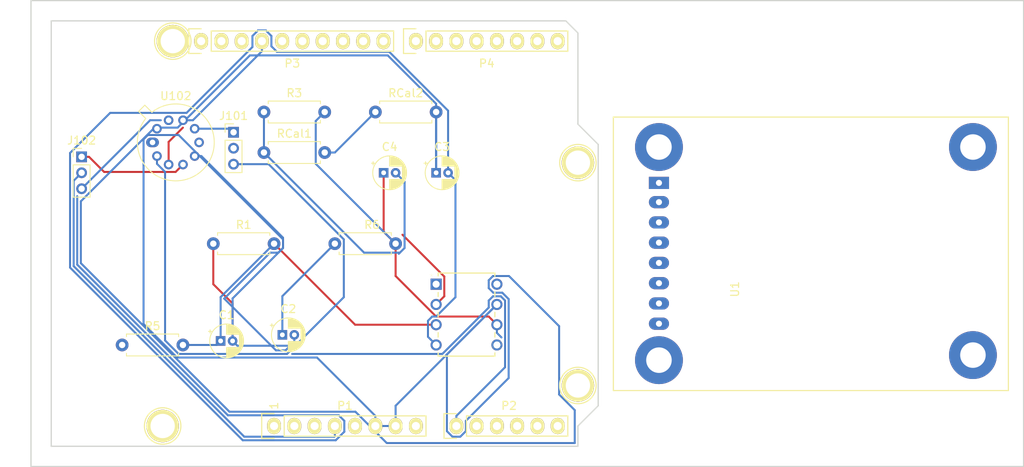
<source format=kicad_pcb>
(kicad_pcb (version 20171130) (host pcbnew "(5.1.5)-3")

  (general
    (thickness 1.6)
    (drawings 31)
    (tracks 162)
    (zones 0)
    (modules 23)
    (nets 54)
  )

  (page A4)
  (title_block
    (date "lun. 30 mars 2015")
  )

  (layers
    (0 F.Cu signal)
    (31 B.Cu signal)
    (33 F.Adhes user)
    (35 F.Paste user)
    (37 F.SilkS user)
    (38 B.Mask user)
    (39 F.Mask user)
    (40 Dwgs.User user)
    (41 Cmts.User user)
    (42 Eco1.User user)
    (43 Eco2.User user)
    (44 Edge.Cuts user)
    (45 Margin user)
    (46 B.CrtYd user)
    (47 F.CrtYd user)
    (49 F.Fab user)
  )

  (setup
    (last_trace_width 0.25)
    (trace_clearance 0.2)
    (zone_clearance 0.508)
    (zone_45_only no)
    (trace_min 0.2)
    (via_size 0.6)
    (via_drill 0.4)
    (via_min_size 0.4)
    (via_min_drill 0.3)
    (uvia_size 0.3)
    (uvia_drill 0.1)
    (uvias_allowed no)
    (uvia_min_size 0.2)
    (uvia_min_drill 0.1)
    (edge_width 0.15)
    (segment_width 0.15)
    (pcb_text_width 0.3)
    (pcb_text_size 1.5 1.5)
    (mod_edge_width 0.15)
    (mod_text_size 1 1)
    (mod_text_width 0.15)
    (pad_size 4.064 4.064)
    (pad_drill 3.048)
    (pad_to_mask_clearance 0)
    (aux_axis_origin 110.998 126.365)
    (grid_origin 110.998 126.365)
    (visible_elements 7FFFFFFF)
    (pcbplotparams
      (layerselection 0x00030_80000001)
      (usegerberextensions false)
      (usegerberattributes false)
      (usegerberadvancedattributes false)
      (creategerberjobfile false)
      (excludeedgelayer true)
      (linewidth 0.100000)
      (plotframeref false)
      (viasonmask false)
      (mode 1)
      (useauxorigin false)
      (hpglpennumber 1)
      (hpglpenspeed 20)
      (hpglpendiameter 15.000000)
      (psnegative false)
      (psa4output false)
      (plotreference true)
      (plotvalue true)
      (plotinvisibletext false)
      (padsonsilk false)
      (subtractmaskfromsilk false)
      (outputformat 1)
      (mirror false)
      (drillshape 1)
      (scaleselection 1)
      (outputdirectory ""))
  )

  (net 0 "")
  (net 1 /IOREF)
  (net 2 /Reset)
  (net 3 +5V)
  (net 4 GND)
  (net 5 /Vin)
  (net 6 /A0)
  (net 7 /A1)
  (net 8 /A2)
  (net 9 /A3)
  (net 10 /AREF)
  (net 11 "/A4(SDA)")
  (net 12 "/A5(SCL)")
  (net 13 "/9(**)")
  (net 14 /8)
  (net 15 /7)
  (net 16 "/6(**)")
  (net 17 "/5(**)")
  (net 18 /4)
  (net 19 "/3(**)")
  (net 20 /2)
  (net 21 "/1(Tx)")
  (net 22 "/0(Rx)")
  (net 23 "Net-(P5-Pad1)")
  (net 24 "Net-(P6-Pad1)")
  (net 25 "Net-(P7-Pad1)")
  (net 26 "Net-(P8-Pad1)")
  (net 27 "/13(SCK)")
  (net 28 "/10(**/SS)")
  (net 29 "Net-(P1-Pad1)")
  (net 30 +3V3)
  (net 31 "/12(MISO)")
  (net 32 "/11(**/MOSI)")
  (net 33 "Net-(C1-Pad1)")
  (net 34 "Net-(C4-Pad1)")
  (net 35 "Net-(C4-Pad2)")
  (net 36 /GazSensorLeft_Pin7)
  (net 37 "Net-(J101-Pad2)")
  (net 38 /GazSensorRight_Pin2)
  (net 39 /GazSensorLeft_Pin9)
  (net 40 /GazSensorRight_Pin4)
  (net 41 "Net-(P2-Pad5)")
  (net 42 "Net-(P2-Pad6)")
  (net 43 "Net-(RCal1-Pad2)")
  (net 44 "Net-(U102-Pad1)")
  (net 45 "Net-(U102-Pad6)")
  (net 46 "Net-(U1-Pad7)")
  (net 47 "Net-(U1-Pad4)")
  (net 48 "Net-(U1-Pad3)")
  (net 49 "Net-(U2-Pad8)")
  (net 50 "Net-(U2-Pad5)")
  (net 51 "Net-(U2-Pad1)")
  (net 52 "Net-(J102-Pad3)")
  (net 53 /GasSensor)

  (net_class Default "This is the default net class."
    (clearance 0.2)
    (trace_width 0.25)
    (via_dia 0.6)
    (via_drill 0.4)
    (uvia_dia 0.3)
    (uvia_drill 0.1)
    (add_net +3V3)
    (add_net +5V)
    (add_net "/0(Rx)")
    (add_net "/1(Tx)")
    (add_net "/10(**/SS)")
    (add_net "/11(**/MOSI)")
    (add_net "/12(MISO)")
    (add_net "/13(SCK)")
    (add_net /2)
    (add_net "/3(**)")
    (add_net /4)
    (add_net "/5(**)")
    (add_net "/6(**)")
    (add_net /7)
    (add_net /8)
    (add_net "/9(**)")
    (add_net /A0)
    (add_net /A1)
    (add_net /A2)
    (add_net /A3)
    (add_net "/A4(SDA)")
    (add_net "/A5(SCL)")
    (add_net /AREF)
    (add_net /GasSensor)
    (add_net /GazSensorLeft_Pin7)
    (add_net /GazSensorLeft_Pin9)
    (add_net /GazSensorRight_Pin2)
    (add_net /GazSensorRight_Pin4)
    (add_net /IOREF)
    (add_net /Reset)
    (add_net /Vin)
    (add_net GND)
    (add_net "Net-(C1-Pad1)")
    (add_net "Net-(C4-Pad1)")
    (add_net "Net-(C4-Pad2)")
    (add_net "Net-(J101-Pad2)")
    (add_net "Net-(J102-Pad3)")
    (add_net "Net-(P1-Pad1)")
    (add_net "Net-(P2-Pad5)")
    (add_net "Net-(P2-Pad6)")
    (add_net "Net-(P5-Pad1)")
    (add_net "Net-(P6-Pad1)")
    (add_net "Net-(P7-Pad1)")
    (add_net "Net-(P8-Pad1)")
    (add_net "Net-(RCal1-Pad2)")
    (add_net "Net-(U1-Pad3)")
    (add_net "Net-(U1-Pad4)")
    (add_net "Net-(U1-Pad7)")
    (add_net "Net-(U102-Pad1)")
    (add_net "Net-(U102-Pad6)")
    (add_net "Net-(U2-Pad1)")
    (add_net "Net-(U2-Pad5)")
    (add_net "Net-(U2-Pad8)")
  )

  (module Socket_Arduino_Uno:Socket_Strip_Arduino_1x08 locked (layer F.Cu) (tedit 552168D2) (tstamp 551AF9EA)
    (at 138.938 123.825)
    (descr "Through hole socket strip")
    (tags "socket strip")
    (path /56D70129)
    (fp_text reference P1 (at 8.89 -2.54) (layer F.SilkS)
      (effects (font (size 1 1) (thickness 0.15)))
    )
    (fp_text value Power (at 8.89 -4.064) (layer F.Fab)
      (effects (font (size 1 1) (thickness 0.15)))
    )
    (fp_line (start -1.75 -1.75) (end -1.75 1.75) (layer F.CrtYd) (width 0.05))
    (fp_line (start 19.55 -1.75) (end 19.55 1.75) (layer F.CrtYd) (width 0.05))
    (fp_line (start -1.75 -1.75) (end 19.55 -1.75) (layer F.CrtYd) (width 0.05))
    (fp_line (start -1.75 1.75) (end 19.55 1.75) (layer F.CrtYd) (width 0.05))
    (fp_line (start 1.27 1.27) (end 19.05 1.27) (layer F.SilkS) (width 0.15))
    (fp_line (start 19.05 1.27) (end 19.05 -1.27) (layer F.SilkS) (width 0.15))
    (fp_line (start 19.05 -1.27) (end 1.27 -1.27) (layer F.SilkS) (width 0.15))
    (fp_line (start -1.55 1.55) (end 0 1.55) (layer F.SilkS) (width 0.15))
    (fp_line (start 1.27 1.27) (end 1.27 -1.27) (layer F.SilkS) (width 0.15))
    (fp_line (start 0 -1.55) (end -1.55 -1.55) (layer F.SilkS) (width 0.15))
    (fp_line (start -1.55 -1.55) (end -1.55 1.55) (layer F.SilkS) (width 0.15))
    (pad 1 thru_hole oval (at 0 0) (size 1.7272 2.032) (drill 1.016) (layers *.Cu *.Mask F.SilkS)
      (net 29 "Net-(P1-Pad1)"))
    (pad 2 thru_hole oval (at 2.54 0) (size 1.7272 2.032) (drill 1.016) (layers *.Cu *.Mask F.SilkS)
      (net 1 /IOREF))
    (pad 3 thru_hole oval (at 5.08 0) (size 1.7272 2.032) (drill 1.016) (layers *.Cu *.Mask F.SilkS)
      (net 2 /Reset))
    (pad 4 thru_hole oval (at 7.62 0) (size 1.7272 2.032) (drill 1.016) (layers *.Cu *.Mask F.SilkS)
      (net 30 +3V3))
    (pad 5 thru_hole oval (at 10.16 0) (size 1.7272 2.032) (drill 1.016) (layers *.Cu *.Mask F.SilkS)
      (net 3 +5V))
    (pad 6 thru_hole oval (at 12.7 0) (size 1.7272 2.032) (drill 1.016) (layers *.Cu *.Mask F.SilkS)
      (net 4 GND))
    (pad 7 thru_hole oval (at 15.24 0) (size 1.7272 2.032) (drill 1.016) (layers *.Cu *.Mask F.SilkS)
      (net 4 GND))
    (pad 8 thru_hole oval (at 17.78 0) (size 1.7272 2.032) (drill 1.016) (layers *.Cu *.Mask F.SilkS)
      (net 5 /Vin))
    (model ${KIPRJMOD}/Socket_Arduino_Uno.3dshapes/Socket_header_Arduino_1x08.wrl
      (offset (xyz 8.889999866485596 0 0))
      (scale (xyz 1 1 1))
      (rotate (xyz 0 0 180))
    )
  )

  (module Socket_Arduino_Uno:Socket_Strip_Arduino_1x06 locked (layer F.Cu) (tedit 552168D6) (tstamp 551AF9FF)
    (at 161.798 123.825)
    (descr "Through hole socket strip")
    (tags "socket strip")
    (path /56D70DD8)
    (fp_text reference P2 (at 6.604 -2.54) (layer F.SilkS)
      (effects (font (size 1 1) (thickness 0.15)))
    )
    (fp_text value Analog (at 6.604 -4.064) (layer F.Fab)
      (effects (font (size 1 1) (thickness 0.15)))
    )
    (fp_line (start -1.75 -1.75) (end -1.75 1.75) (layer F.CrtYd) (width 0.05))
    (fp_line (start 14.45 -1.75) (end 14.45 1.75) (layer F.CrtYd) (width 0.05))
    (fp_line (start -1.75 -1.75) (end 14.45 -1.75) (layer F.CrtYd) (width 0.05))
    (fp_line (start -1.75 1.75) (end 14.45 1.75) (layer F.CrtYd) (width 0.05))
    (fp_line (start 1.27 1.27) (end 13.97 1.27) (layer F.SilkS) (width 0.15))
    (fp_line (start 13.97 1.27) (end 13.97 -1.27) (layer F.SilkS) (width 0.15))
    (fp_line (start 13.97 -1.27) (end 1.27 -1.27) (layer F.SilkS) (width 0.15))
    (fp_line (start -1.55 1.55) (end 0 1.55) (layer F.SilkS) (width 0.15))
    (fp_line (start 1.27 1.27) (end 1.27 -1.27) (layer F.SilkS) (width 0.15))
    (fp_line (start 0 -1.55) (end -1.55 -1.55) (layer F.SilkS) (width 0.15))
    (fp_line (start -1.55 -1.55) (end -1.55 1.55) (layer F.SilkS) (width 0.15))
    (pad 1 thru_hole oval (at 0 0) (size 1.7272 2.032) (drill 1.016) (layers *.Cu *.Mask F.SilkS)
      (net 6 /A0))
    (pad 2 thru_hole oval (at 2.54 0) (size 1.7272 2.032) (drill 1.016) (layers *.Cu *.Mask F.SilkS)
      (net 7 /A1))
    (pad 3 thru_hole oval (at 5.08 0) (size 1.7272 2.032) (drill 1.016) (layers *.Cu *.Mask F.SilkS)
      (net 8 /A2))
    (pad 4 thru_hole oval (at 7.62 0) (size 1.7272 2.032) (drill 1.016) (layers *.Cu *.Mask F.SilkS)
      (net 9 /A3))
    (pad 5 thru_hole oval (at 10.16 0) (size 1.7272 2.032) (drill 1.016) (layers *.Cu *.Mask F.SilkS)
      (net 41 "Net-(P2-Pad5)"))
    (pad 6 thru_hole oval (at 12.7 0) (size 1.7272 2.032) (drill 1.016) (layers *.Cu *.Mask F.SilkS)
      (net 42 "Net-(P2-Pad6)"))
    (model ${KIPRJMOD}/Socket_Arduino_Uno.3dshapes/Socket_header_Arduino_1x06.wrl
      (offset (xyz 6.349999904632568 0 0))
      (scale (xyz 1 1 1))
      (rotate (xyz 0 0 180))
    )
  )

  (module Socket_Arduino_Uno:Socket_Strip_Arduino_1x10 locked (layer F.Cu) (tedit 552168BF) (tstamp 551AFA18)
    (at 129.794 75.565)
    (descr "Through hole socket strip")
    (tags "socket strip")
    (path /56D721E0)
    (fp_text reference P3 (at 11.43 2.794) (layer F.SilkS)
      (effects (font (size 1 1) (thickness 0.15)))
    )
    (fp_text value Digital (at 11.43 4.318) (layer F.Fab)
      (effects (font (size 1 1) (thickness 0.15)))
    )
    (fp_line (start -1.75 -1.75) (end -1.75 1.75) (layer F.CrtYd) (width 0.05))
    (fp_line (start 24.65 -1.75) (end 24.65 1.75) (layer F.CrtYd) (width 0.05))
    (fp_line (start -1.75 -1.75) (end 24.65 -1.75) (layer F.CrtYd) (width 0.05))
    (fp_line (start -1.75 1.75) (end 24.65 1.75) (layer F.CrtYd) (width 0.05))
    (fp_line (start 1.27 1.27) (end 24.13 1.27) (layer F.SilkS) (width 0.15))
    (fp_line (start 24.13 1.27) (end 24.13 -1.27) (layer F.SilkS) (width 0.15))
    (fp_line (start 24.13 -1.27) (end 1.27 -1.27) (layer F.SilkS) (width 0.15))
    (fp_line (start -1.55 1.55) (end 0 1.55) (layer F.SilkS) (width 0.15))
    (fp_line (start 1.27 1.27) (end 1.27 -1.27) (layer F.SilkS) (width 0.15))
    (fp_line (start 0 -1.55) (end -1.55 -1.55) (layer F.SilkS) (width 0.15))
    (fp_line (start -1.55 -1.55) (end -1.55 1.55) (layer F.SilkS) (width 0.15))
    (pad 1 thru_hole oval (at 0 0) (size 1.7272 2.032) (drill 1.016) (layers *.Cu *.Mask F.SilkS)
      (net 12 "/A5(SCL)"))
    (pad 2 thru_hole oval (at 2.54 0) (size 1.7272 2.032) (drill 1.016) (layers *.Cu *.Mask F.SilkS)
      (net 11 "/A4(SDA)"))
    (pad 3 thru_hole oval (at 5.08 0) (size 1.7272 2.032) (drill 1.016) (layers *.Cu *.Mask F.SilkS)
      (net 10 /AREF))
    (pad 4 thru_hole oval (at 7.62 0) (size 1.7272 2.032) (drill 1.016) (layers *.Cu *.Mask F.SilkS)
      (net 4 GND))
    (pad 5 thru_hole oval (at 10.16 0) (size 1.7272 2.032) (drill 1.016) (layers *.Cu *.Mask F.SilkS)
      (net 27 "/13(SCK)"))
    (pad 6 thru_hole oval (at 12.7 0) (size 1.7272 2.032) (drill 1.016) (layers *.Cu *.Mask F.SilkS)
      (net 31 "/12(MISO)"))
    (pad 7 thru_hole oval (at 15.24 0) (size 1.7272 2.032) (drill 1.016) (layers *.Cu *.Mask F.SilkS)
      (net 32 "/11(**/MOSI)"))
    (pad 8 thru_hole oval (at 17.78 0) (size 1.7272 2.032) (drill 1.016) (layers *.Cu *.Mask F.SilkS)
      (net 28 "/10(**/SS)"))
    (pad 9 thru_hole oval (at 20.32 0) (size 1.7272 2.032) (drill 1.016) (layers *.Cu *.Mask F.SilkS)
      (net 13 "/9(**)"))
    (pad 10 thru_hole oval (at 22.86 0) (size 1.7272 2.032) (drill 1.016) (layers *.Cu *.Mask F.SilkS)
      (net 14 /8))
    (model ${KIPRJMOD}/Socket_Arduino_Uno.3dshapes/Socket_header_Arduino_1x10.wrl
      (offset (xyz 11.42999982833862 0 0))
      (scale (xyz 1 1 1))
      (rotate (xyz 0 0 180))
    )
  )

  (module Socket_Arduino_Uno:Socket_Strip_Arduino_1x08 locked (layer F.Cu) (tedit 552168C7) (tstamp 551AFA2F)
    (at 156.718 75.565)
    (descr "Through hole socket strip")
    (tags "socket strip")
    (path /56D7164F)
    (fp_text reference P4 (at 8.89 2.794) (layer F.SilkS)
      (effects (font (size 1 1) (thickness 0.15)))
    )
    (fp_text value Digital (at 8.89 4.318) (layer F.Fab)
      (effects (font (size 1 1) (thickness 0.15)))
    )
    (fp_line (start -1.75 -1.75) (end -1.75 1.75) (layer F.CrtYd) (width 0.05))
    (fp_line (start 19.55 -1.75) (end 19.55 1.75) (layer F.CrtYd) (width 0.05))
    (fp_line (start -1.75 -1.75) (end 19.55 -1.75) (layer F.CrtYd) (width 0.05))
    (fp_line (start -1.75 1.75) (end 19.55 1.75) (layer F.CrtYd) (width 0.05))
    (fp_line (start 1.27 1.27) (end 19.05 1.27) (layer F.SilkS) (width 0.15))
    (fp_line (start 19.05 1.27) (end 19.05 -1.27) (layer F.SilkS) (width 0.15))
    (fp_line (start 19.05 -1.27) (end 1.27 -1.27) (layer F.SilkS) (width 0.15))
    (fp_line (start -1.55 1.55) (end 0 1.55) (layer F.SilkS) (width 0.15))
    (fp_line (start 1.27 1.27) (end 1.27 -1.27) (layer F.SilkS) (width 0.15))
    (fp_line (start 0 -1.55) (end -1.55 -1.55) (layer F.SilkS) (width 0.15))
    (fp_line (start -1.55 -1.55) (end -1.55 1.55) (layer F.SilkS) (width 0.15))
    (pad 1 thru_hole oval (at 0 0) (size 1.7272 2.032) (drill 1.016) (layers *.Cu *.Mask F.SilkS)
      (net 15 /7))
    (pad 2 thru_hole oval (at 2.54 0) (size 1.7272 2.032) (drill 1.016) (layers *.Cu *.Mask F.SilkS)
      (net 16 "/6(**)"))
    (pad 3 thru_hole oval (at 5.08 0) (size 1.7272 2.032) (drill 1.016) (layers *.Cu *.Mask F.SilkS)
      (net 17 "/5(**)"))
    (pad 4 thru_hole oval (at 7.62 0) (size 1.7272 2.032) (drill 1.016) (layers *.Cu *.Mask F.SilkS)
      (net 18 /4))
    (pad 5 thru_hole oval (at 10.16 0) (size 1.7272 2.032) (drill 1.016) (layers *.Cu *.Mask F.SilkS)
      (net 19 "/3(**)"))
    (pad 6 thru_hole oval (at 12.7 0) (size 1.7272 2.032) (drill 1.016) (layers *.Cu *.Mask F.SilkS)
      (net 20 /2))
    (pad 7 thru_hole oval (at 15.24 0) (size 1.7272 2.032) (drill 1.016) (layers *.Cu *.Mask F.SilkS)
      (net 21 "/1(Tx)"))
    (pad 8 thru_hole oval (at 17.78 0) (size 1.7272 2.032) (drill 1.016) (layers *.Cu *.Mask F.SilkS)
      (net 22 "/0(Rx)"))
    (model ${KIPRJMOD}/Socket_Arduino_Uno.3dshapes/Socket_header_Arduino_1x08.wrl
      (offset (xyz 8.889999866485596 0 0))
      (scale (xyz 1 1 1))
      (rotate (xyz 0 0 180))
    )
  )

  (module Socket_Arduino_Uno:Arduino_1pin locked (layer F.Cu) (tedit 5524FC39) (tstamp 5524FC3F)
    (at 124.968 123.825)
    (descr "module 1 pin (ou trou mecanique de percage)")
    (tags DEV)
    (path /56D71177)
    (fp_text reference P5 (at 0 -3.048) (layer F.SilkS) hide
      (effects (font (size 1 1) (thickness 0.15)))
    )
    (fp_text value CONN_01X01 (at 0 2.794) (layer F.Fab) hide
      (effects (font (size 1 1) (thickness 0.15)))
    )
    (fp_circle (center 0 0) (end 0 -2.286) (layer F.SilkS) (width 0.15))
    (pad 1 thru_hole circle (at 0 0) (size 4.064 4.064) (drill 3.048) (layers *.Cu *.Mask F.SilkS)
      (net 23 "Net-(P5-Pad1)"))
  )

  (module Socket_Arduino_Uno:Arduino_1pin locked (layer F.Cu) (tedit 5524FC4A) (tstamp 5524FC44)
    (at 177.038 118.745)
    (descr "module 1 pin (ou trou mecanique de percage)")
    (tags DEV)
    (path /56D71274)
    (fp_text reference P6 (at 0 -3.048) (layer F.SilkS) hide
      (effects (font (size 1 1) (thickness 0.15)))
    )
    (fp_text value CONN_01X01 (at 0 2.794) (layer F.Fab) hide
      (effects (font (size 1 1) (thickness 0.15)))
    )
    (fp_circle (center 0 0) (end 0 -2.286) (layer F.SilkS) (width 0.15))
    (pad 1 thru_hole circle (at 0 0) (size 4.064 4.064) (drill 3.048) (layers *.Cu *.Mask F.SilkS)
      (net 24 "Net-(P6-Pad1)"))
  )

  (module Socket_Arduino_Uno:Arduino_1pin locked (layer F.Cu) (tedit 5524FC2F) (tstamp 5524FC49)
    (at 126.238 75.565)
    (descr "module 1 pin (ou trou mecanique de percage)")
    (tags DEV)
    (path /56D712A8)
    (fp_text reference P7 (at 0 -3.048) (layer F.SilkS) hide
      (effects (font (size 1 1) (thickness 0.15)))
    )
    (fp_text value CONN_01X01 (at 0 2.794) (layer F.Fab) hide
      (effects (font (size 1 1) (thickness 0.15)))
    )
    (fp_circle (center 0 0) (end 0 -2.286) (layer F.SilkS) (width 0.15))
    (pad 1 thru_hole circle (at 0 0) (size 4.064 4.064) (drill 3.048) (layers *.Cu *.Mask F.SilkS)
      (net 25 "Net-(P7-Pad1)"))
  )

  (module Socket_Arduino_Uno:Arduino_1pin locked (layer F.Cu) (tedit 5524FC41) (tstamp 5524FC4E)
    (at 177.038 90.805)
    (descr "module 1 pin (ou trou mecanique de percage)")
    (tags DEV)
    (path /56D712DB)
    (fp_text reference P8 (at 0 -3.048) (layer F.SilkS) hide
      (effects (font (size 1 1) (thickness 0.15)))
    )
    (fp_text value CONN_01X01 (at 0 2.794) (layer F.Fab) hide
      (effects (font (size 1 1) (thickness 0.15)))
    )
    (fp_circle (center 0 0) (end 0 -2.286) (layer F.SilkS) (width 0.15))
    (pad 1 thru_hole circle (at 0 0) (size 4.064 4.064) (drill 3.048) (layers *.Cu *.Mask F.SilkS)
      (net 26 "Net-(P8-Pad1)"))
  )

  (module Capacitor_THT:CP_Radial_D4.0mm_P1.50mm (layer F.Cu) (tedit 5AE50EF0) (tstamp 5E24AA9A)
    (at 132.237802 113.160001)
    (descr "CP, Radial series, Radial, pin pitch=1.50mm, , diameter=4mm, Electrolytic Capacitor")
    (tags "CP Radial series Radial pin pitch 1.50mm  diameter 4mm Electrolytic Capacitor")
    (path /5DFEEDB2)
    (fp_text reference C1 (at 0.75 -3.25) (layer F.SilkS)
      (effects (font (size 1 1) (thickness 0.15)))
    )
    (fp_text value 100n (at 0.75 3.25) (layer F.Fab)
      (effects (font (size 1 1) (thickness 0.15)))
    )
    (fp_text user %R (at 0.75 0) (layer F.Fab)
      (effects (font (size 0.8 0.8) (thickness 0.12)))
    )
    (fp_line (start -1.319801 -1.395) (end -1.319801 -0.995) (layer F.SilkS) (width 0.12))
    (fp_line (start -1.519801 -1.195) (end -1.119801 -1.195) (layer F.SilkS) (width 0.12))
    (fp_line (start 2.831 -0.37) (end 2.831 0.37) (layer F.SilkS) (width 0.12))
    (fp_line (start 2.791 -0.537) (end 2.791 0.537) (layer F.SilkS) (width 0.12))
    (fp_line (start 2.751 -0.664) (end 2.751 0.664) (layer F.SilkS) (width 0.12))
    (fp_line (start 2.711 -0.768) (end 2.711 0.768) (layer F.SilkS) (width 0.12))
    (fp_line (start 2.671 -0.859) (end 2.671 0.859) (layer F.SilkS) (width 0.12))
    (fp_line (start 2.631 -0.94) (end 2.631 0.94) (layer F.SilkS) (width 0.12))
    (fp_line (start 2.591 -1.013) (end 2.591 1.013) (layer F.SilkS) (width 0.12))
    (fp_line (start 2.551 -1.08) (end 2.551 1.08) (layer F.SilkS) (width 0.12))
    (fp_line (start 2.511 -1.142) (end 2.511 1.142) (layer F.SilkS) (width 0.12))
    (fp_line (start 2.471 -1.2) (end 2.471 1.2) (layer F.SilkS) (width 0.12))
    (fp_line (start 2.431 -1.254) (end 2.431 1.254) (layer F.SilkS) (width 0.12))
    (fp_line (start 2.391 -1.304) (end 2.391 1.304) (layer F.SilkS) (width 0.12))
    (fp_line (start 2.351 -1.351) (end 2.351 1.351) (layer F.SilkS) (width 0.12))
    (fp_line (start 2.311 0.84) (end 2.311 1.396) (layer F.SilkS) (width 0.12))
    (fp_line (start 2.311 -1.396) (end 2.311 -0.84) (layer F.SilkS) (width 0.12))
    (fp_line (start 2.271 0.84) (end 2.271 1.438) (layer F.SilkS) (width 0.12))
    (fp_line (start 2.271 -1.438) (end 2.271 -0.84) (layer F.SilkS) (width 0.12))
    (fp_line (start 2.231 0.84) (end 2.231 1.478) (layer F.SilkS) (width 0.12))
    (fp_line (start 2.231 -1.478) (end 2.231 -0.84) (layer F.SilkS) (width 0.12))
    (fp_line (start 2.191 0.84) (end 2.191 1.516) (layer F.SilkS) (width 0.12))
    (fp_line (start 2.191 -1.516) (end 2.191 -0.84) (layer F.SilkS) (width 0.12))
    (fp_line (start 2.151 0.84) (end 2.151 1.552) (layer F.SilkS) (width 0.12))
    (fp_line (start 2.151 -1.552) (end 2.151 -0.84) (layer F.SilkS) (width 0.12))
    (fp_line (start 2.111 0.84) (end 2.111 1.587) (layer F.SilkS) (width 0.12))
    (fp_line (start 2.111 -1.587) (end 2.111 -0.84) (layer F.SilkS) (width 0.12))
    (fp_line (start 2.071 0.84) (end 2.071 1.619) (layer F.SilkS) (width 0.12))
    (fp_line (start 2.071 -1.619) (end 2.071 -0.84) (layer F.SilkS) (width 0.12))
    (fp_line (start 2.031 0.84) (end 2.031 1.65) (layer F.SilkS) (width 0.12))
    (fp_line (start 2.031 -1.65) (end 2.031 -0.84) (layer F.SilkS) (width 0.12))
    (fp_line (start 1.991 0.84) (end 1.991 1.68) (layer F.SilkS) (width 0.12))
    (fp_line (start 1.991 -1.68) (end 1.991 -0.84) (layer F.SilkS) (width 0.12))
    (fp_line (start 1.951 0.84) (end 1.951 1.708) (layer F.SilkS) (width 0.12))
    (fp_line (start 1.951 -1.708) (end 1.951 -0.84) (layer F.SilkS) (width 0.12))
    (fp_line (start 1.911 0.84) (end 1.911 1.735) (layer F.SilkS) (width 0.12))
    (fp_line (start 1.911 -1.735) (end 1.911 -0.84) (layer F.SilkS) (width 0.12))
    (fp_line (start 1.871 0.84) (end 1.871 1.76) (layer F.SilkS) (width 0.12))
    (fp_line (start 1.871 -1.76) (end 1.871 -0.84) (layer F.SilkS) (width 0.12))
    (fp_line (start 1.831 0.84) (end 1.831 1.785) (layer F.SilkS) (width 0.12))
    (fp_line (start 1.831 -1.785) (end 1.831 -0.84) (layer F.SilkS) (width 0.12))
    (fp_line (start 1.791 0.84) (end 1.791 1.808) (layer F.SilkS) (width 0.12))
    (fp_line (start 1.791 -1.808) (end 1.791 -0.84) (layer F.SilkS) (width 0.12))
    (fp_line (start 1.751 0.84) (end 1.751 1.83) (layer F.SilkS) (width 0.12))
    (fp_line (start 1.751 -1.83) (end 1.751 -0.84) (layer F.SilkS) (width 0.12))
    (fp_line (start 1.711 0.84) (end 1.711 1.851) (layer F.SilkS) (width 0.12))
    (fp_line (start 1.711 -1.851) (end 1.711 -0.84) (layer F.SilkS) (width 0.12))
    (fp_line (start 1.671 0.84) (end 1.671 1.87) (layer F.SilkS) (width 0.12))
    (fp_line (start 1.671 -1.87) (end 1.671 -0.84) (layer F.SilkS) (width 0.12))
    (fp_line (start 1.631 0.84) (end 1.631 1.889) (layer F.SilkS) (width 0.12))
    (fp_line (start 1.631 -1.889) (end 1.631 -0.84) (layer F.SilkS) (width 0.12))
    (fp_line (start 1.591 0.84) (end 1.591 1.907) (layer F.SilkS) (width 0.12))
    (fp_line (start 1.591 -1.907) (end 1.591 -0.84) (layer F.SilkS) (width 0.12))
    (fp_line (start 1.551 0.84) (end 1.551 1.924) (layer F.SilkS) (width 0.12))
    (fp_line (start 1.551 -1.924) (end 1.551 -0.84) (layer F.SilkS) (width 0.12))
    (fp_line (start 1.511 0.84) (end 1.511 1.94) (layer F.SilkS) (width 0.12))
    (fp_line (start 1.511 -1.94) (end 1.511 -0.84) (layer F.SilkS) (width 0.12))
    (fp_line (start 1.471 0.84) (end 1.471 1.954) (layer F.SilkS) (width 0.12))
    (fp_line (start 1.471 -1.954) (end 1.471 -0.84) (layer F.SilkS) (width 0.12))
    (fp_line (start 1.43 0.84) (end 1.43 1.968) (layer F.SilkS) (width 0.12))
    (fp_line (start 1.43 -1.968) (end 1.43 -0.84) (layer F.SilkS) (width 0.12))
    (fp_line (start 1.39 0.84) (end 1.39 1.982) (layer F.SilkS) (width 0.12))
    (fp_line (start 1.39 -1.982) (end 1.39 -0.84) (layer F.SilkS) (width 0.12))
    (fp_line (start 1.35 0.84) (end 1.35 1.994) (layer F.SilkS) (width 0.12))
    (fp_line (start 1.35 -1.994) (end 1.35 -0.84) (layer F.SilkS) (width 0.12))
    (fp_line (start 1.31 0.84) (end 1.31 2.005) (layer F.SilkS) (width 0.12))
    (fp_line (start 1.31 -2.005) (end 1.31 -0.84) (layer F.SilkS) (width 0.12))
    (fp_line (start 1.27 0.84) (end 1.27 2.016) (layer F.SilkS) (width 0.12))
    (fp_line (start 1.27 -2.016) (end 1.27 -0.84) (layer F.SilkS) (width 0.12))
    (fp_line (start 1.23 0.84) (end 1.23 2.025) (layer F.SilkS) (width 0.12))
    (fp_line (start 1.23 -2.025) (end 1.23 -0.84) (layer F.SilkS) (width 0.12))
    (fp_line (start 1.19 0.84) (end 1.19 2.034) (layer F.SilkS) (width 0.12))
    (fp_line (start 1.19 -2.034) (end 1.19 -0.84) (layer F.SilkS) (width 0.12))
    (fp_line (start 1.15 0.84) (end 1.15 2.042) (layer F.SilkS) (width 0.12))
    (fp_line (start 1.15 -2.042) (end 1.15 -0.84) (layer F.SilkS) (width 0.12))
    (fp_line (start 1.11 0.84) (end 1.11 2.05) (layer F.SilkS) (width 0.12))
    (fp_line (start 1.11 -2.05) (end 1.11 -0.84) (layer F.SilkS) (width 0.12))
    (fp_line (start 1.07 0.84) (end 1.07 2.056) (layer F.SilkS) (width 0.12))
    (fp_line (start 1.07 -2.056) (end 1.07 -0.84) (layer F.SilkS) (width 0.12))
    (fp_line (start 1.03 0.84) (end 1.03 2.062) (layer F.SilkS) (width 0.12))
    (fp_line (start 1.03 -2.062) (end 1.03 -0.84) (layer F.SilkS) (width 0.12))
    (fp_line (start 0.99 0.84) (end 0.99 2.067) (layer F.SilkS) (width 0.12))
    (fp_line (start 0.99 -2.067) (end 0.99 -0.84) (layer F.SilkS) (width 0.12))
    (fp_line (start 0.95 0.84) (end 0.95 2.071) (layer F.SilkS) (width 0.12))
    (fp_line (start 0.95 -2.071) (end 0.95 -0.84) (layer F.SilkS) (width 0.12))
    (fp_line (start 0.91 0.84) (end 0.91 2.074) (layer F.SilkS) (width 0.12))
    (fp_line (start 0.91 -2.074) (end 0.91 -0.84) (layer F.SilkS) (width 0.12))
    (fp_line (start 0.87 0.84) (end 0.87 2.077) (layer F.SilkS) (width 0.12))
    (fp_line (start 0.87 -2.077) (end 0.87 -0.84) (layer F.SilkS) (width 0.12))
    (fp_line (start 0.83 -2.079) (end 0.83 -0.84) (layer F.SilkS) (width 0.12))
    (fp_line (start 0.83 0.84) (end 0.83 2.079) (layer F.SilkS) (width 0.12))
    (fp_line (start 0.79 -2.08) (end 0.79 -0.84) (layer F.SilkS) (width 0.12))
    (fp_line (start 0.79 0.84) (end 0.79 2.08) (layer F.SilkS) (width 0.12))
    (fp_line (start 0.75 -2.08) (end 0.75 -0.84) (layer F.SilkS) (width 0.12))
    (fp_line (start 0.75 0.84) (end 0.75 2.08) (layer F.SilkS) (width 0.12))
    (fp_line (start -0.752554 -1.0675) (end -0.752554 -0.6675) (layer F.Fab) (width 0.1))
    (fp_line (start -0.952554 -0.8675) (end -0.552554 -0.8675) (layer F.Fab) (width 0.1))
    (fp_circle (center 0.75 0) (end 3 0) (layer F.CrtYd) (width 0.05))
    (fp_circle (center 0.75 0) (end 2.87 0) (layer F.SilkS) (width 0.12))
    (fp_circle (center 0.75 0) (end 2.75 0) (layer F.Fab) (width 0.1))
    (pad 2 thru_hole circle (at 1.5 0) (size 1.2 1.2) (drill 0.6) (layers *.Cu *.Mask)
      (net 4 GND))
    (pad 1 thru_hole rect (at 0 0) (size 1.2 1.2) (drill 0.6) (layers *.Cu *.Mask)
      (net 33 "Net-(C1-Pad1)"))
    (model ${KISYS3DMOD}/Capacitor_THT.3dshapes/CP_Radial_D4.0mm_P1.50mm.wrl
      (at (xyz 0 0 0))
      (scale (xyz 1 1 1))
      (rotate (xyz 0 0 0))
    )
  )

  (module Capacitor_THT:CP_Radial_D4.0mm_P1.50mm (layer F.Cu) (tedit 5AE50EF0) (tstamp 5E24AB05)
    (at 139.978 112.395)
    (descr "CP, Radial series, Radial, pin pitch=1.50mm, , diameter=4mm, Electrolytic Capacitor")
    (tags "CP Radial series Radial pin pitch 1.50mm  diameter 4mm Electrolytic Capacitor")
    (path /5DFEA6F0)
    (fp_text reference C2 (at 0.75 -3.25) (layer F.SilkS)
      (effects (font (size 1 1) (thickness 0.15)))
    )
    (fp_text value 100n (at 0.75 3.25) (layer F.Fab)
      (effects (font (size 1 1) (thickness 0.15)))
    )
    (fp_text user %R (at 0.75 0) (layer F.Fab)
      (effects (font (size 0.8 0.8) (thickness 0.12)))
    )
    (fp_line (start -1.319801 -1.395) (end -1.319801 -0.995) (layer F.SilkS) (width 0.12))
    (fp_line (start -1.519801 -1.195) (end -1.119801 -1.195) (layer F.SilkS) (width 0.12))
    (fp_line (start 2.831 -0.37) (end 2.831 0.37) (layer F.SilkS) (width 0.12))
    (fp_line (start 2.791 -0.537) (end 2.791 0.537) (layer F.SilkS) (width 0.12))
    (fp_line (start 2.751 -0.664) (end 2.751 0.664) (layer F.SilkS) (width 0.12))
    (fp_line (start 2.711 -0.768) (end 2.711 0.768) (layer F.SilkS) (width 0.12))
    (fp_line (start 2.671 -0.859) (end 2.671 0.859) (layer F.SilkS) (width 0.12))
    (fp_line (start 2.631 -0.94) (end 2.631 0.94) (layer F.SilkS) (width 0.12))
    (fp_line (start 2.591 -1.013) (end 2.591 1.013) (layer F.SilkS) (width 0.12))
    (fp_line (start 2.551 -1.08) (end 2.551 1.08) (layer F.SilkS) (width 0.12))
    (fp_line (start 2.511 -1.142) (end 2.511 1.142) (layer F.SilkS) (width 0.12))
    (fp_line (start 2.471 -1.2) (end 2.471 1.2) (layer F.SilkS) (width 0.12))
    (fp_line (start 2.431 -1.254) (end 2.431 1.254) (layer F.SilkS) (width 0.12))
    (fp_line (start 2.391 -1.304) (end 2.391 1.304) (layer F.SilkS) (width 0.12))
    (fp_line (start 2.351 -1.351) (end 2.351 1.351) (layer F.SilkS) (width 0.12))
    (fp_line (start 2.311 0.84) (end 2.311 1.396) (layer F.SilkS) (width 0.12))
    (fp_line (start 2.311 -1.396) (end 2.311 -0.84) (layer F.SilkS) (width 0.12))
    (fp_line (start 2.271 0.84) (end 2.271 1.438) (layer F.SilkS) (width 0.12))
    (fp_line (start 2.271 -1.438) (end 2.271 -0.84) (layer F.SilkS) (width 0.12))
    (fp_line (start 2.231 0.84) (end 2.231 1.478) (layer F.SilkS) (width 0.12))
    (fp_line (start 2.231 -1.478) (end 2.231 -0.84) (layer F.SilkS) (width 0.12))
    (fp_line (start 2.191 0.84) (end 2.191 1.516) (layer F.SilkS) (width 0.12))
    (fp_line (start 2.191 -1.516) (end 2.191 -0.84) (layer F.SilkS) (width 0.12))
    (fp_line (start 2.151 0.84) (end 2.151 1.552) (layer F.SilkS) (width 0.12))
    (fp_line (start 2.151 -1.552) (end 2.151 -0.84) (layer F.SilkS) (width 0.12))
    (fp_line (start 2.111 0.84) (end 2.111 1.587) (layer F.SilkS) (width 0.12))
    (fp_line (start 2.111 -1.587) (end 2.111 -0.84) (layer F.SilkS) (width 0.12))
    (fp_line (start 2.071 0.84) (end 2.071 1.619) (layer F.SilkS) (width 0.12))
    (fp_line (start 2.071 -1.619) (end 2.071 -0.84) (layer F.SilkS) (width 0.12))
    (fp_line (start 2.031 0.84) (end 2.031 1.65) (layer F.SilkS) (width 0.12))
    (fp_line (start 2.031 -1.65) (end 2.031 -0.84) (layer F.SilkS) (width 0.12))
    (fp_line (start 1.991 0.84) (end 1.991 1.68) (layer F.SilkS) (width 0.12))
    (fp_line (start 1.991 -1.68) (end 1.991 -0.84) (layer F.SilkS) (width 0.12))
    (fp_line (start 1.951 0.84) (end 1.951 1.708) (layer F.SilkS) (width 0.12))
    (fp_line (start 1.951 -1.708) (end 1.951 -0.84) (layer F.SilkS) (width 0.12))
    (fp_line (start 1.911 0.84) (end 1.911 1.735) (layer F.SilkS) (width 0.12))
    (fp_line (start 1.911 -1.735) (end 1.911 -0.84) (layer F.SilkS) (width 0.12))
    (fp_line (start 1.871 0.84) (end 1.871 1.76) (layer F.SilkS) (width 0.12))
    (fp_line (start 1.871 -1.76) (end 1.871 -0.84) (layer F.SilkS) (width 0.12))
    (fp_line (start 1.831 0.84) (end 1.831 1.785) (layer F.SilkS) (width 0.12))
    (fp_line (start 1.831 -1.785) (end 1.831 -0.84) (layer F.SilkS) (width 0.12))
    (fp_line (start 1.791 0.84) (end 1.791 1.808) (layer F.SilkS) (width 0.12))
    (fp_line (start 1.791 -1.808) (end 1.791 -0.84) (layer F.SilkS) (width 0.12))
    (fp_line (start 1.751 0.84) (end 1.751 1.83) (layer F.SilkS) (width 0.12))
    (fp_line (start 1.751 -1.83) (end 1.751 -0.84) (layer F.SilkS) (width 0.12))
    (fp_line (start 1.711 0.84) (end 1.711 1.851) (layer F.SilkS) (width 0.12))
    (fp_line (start 1.711 -1.851) (end 1.711 -0.84) (layer F.SilkS) (width 0.12))
    (fp_line (start 1.671 0.84) (end 1.671 1.87) (layer F.SilkS) (width 0.12))
    (fp_line (start 1.671 -1.87) (end 1.671 -0.84) (layer F.SilkS) (width 0.12))
    (fp_line (start 1.631 0.84) (end 1.631 1.889) (layer F.SilkS) (width 0.12))
    (fp_line (start 1.631 -1.889) (end 1.631 -0.84) (layer F.SilkS) (width 0.12))
    (fp_line (start 1.591 0.84) (end 1.591 1.907) (layer F.SilkS) (width 0.12))
    (fp_line (start 1.591 -1.907) (end 1.591 -0.84) (layer F.SilkS) (width 0.12))
    (fp_line (start 1.551 0.84) (end 1.551 1.924) (layer F.SilkS) (width 0.12))
    (fp_line (start 1.551 -1.924) (end 1.551 -0.84) (layer F.SilkS) (width 0.12))
    (fp_line (start 1.511 0.84) (end 1.511 1.94) (layer F.SilkS) (width 0.12))
    (fp_line (start 1.511 -1.94) (end 1.511 -0.84) (layer F.SilkS) (width 0.12))
    (fp_line (start 1.471 0.84) (end 1.471 1.954) (layer F.SilkS) (width 0.12))
    (fp_line (start 1.471 -1.954) (end 1.471 -0.84) (layer F.SilkS) (width 0.12))
    (fp_line (start 1.43 0.84) (end 1.43 1.968) (layer F.SilkS) (width 0.12))
    (fp_line (start 1.43 -1.968) (end 1.43 -0.84) (layer F.SilkS) (width 0.12))
    (fp_line (start 1.39 0.84) (end 1.39 1.982) (layer F.SilkS) (width 0.12))
    (fp_line (start 1.39 -1.982) (end 1.39 -0.84) (layer F.SilkS) (width 0.12))
    (fp_line (start 1.35 0.84) (end 1.35 1.994) (layer F.SilkS) (width 0.12))
    (fp_line (start 1.35 -1.994) (end 1.35 -0.84) (layer F.SilkS) (width 0.12))
    (fp_line (start 1.31 0.84) (end 1.31 2.005) (layer F.SilkS) (width 0.12))
    (fp_line (start 1.31 -2.005) (end 1.31 -0.84) (layer F.SilkS) (width 0.12))
    (fp_line (start 1.27 0.84) (end 1.27 2.016) (layer F.SilkS) (width 0.12))
    (fp_line (start 1.27 -2.016) (end 1.27 -0.84) (layer F.SilkS) (width 0.12))
    (fp_line (start 1.23 0.84) (end 1.23 2.025) (layer F.SilkS) (width 0.12))
    (fp_line (start 1.23 -2.025) (end 1.23 -0.84) (layer F.SilkS) (width 0.12))
    (fp_line (start 1.19 0.84) (end 1.19 2.034) (layer F.SilkS) (width 0.12))
    (fp_line (start 1.19 -2.034) (end 1.19 -0.84) (layer F.SilkS) (width 0.12))
    (fp_line (start 1.15 0.84) (end 1.15 2.042) (layer F.SilkS) (width 0.12))
    (fp_line (start 1.15 -2.042) (end 1.15 -0.84) (layer F.SilkS) (width 0.12))
    (fp_line (start 1.11 0.84) (end 1.11 2.05) (layer F.SilkS) (width 0.12))
    (fp_line (start 1.11 -2.05) (end 1.11 -0.84) (layer F.SilkS) (width 0.12))
    (fp_line (start 1.07 0.84) (end 1.07 2.056) (layer F.SilkS) (width 0.12))
    (fp_line (start 1.07 -2.056) (end 1.07 -0.84) (layer F.SilkS) (width 0.12))
    (fp_line (start 1.03 0.84) (end 1.03 2.062) (layer F.SilkS) (width 0.12))
    (fp_line (start 1.03 -2.062) (end 1.03 -0.84) (layer F.SilkS) (width 0.12))
    (fp_line (start 0.99 0.84) (end 0.99 2.067) (layer F.SilkS) (width 0.12))
    (fp_line (start 0.99 -2.067) (end 0.99 -0.84) (layer F.SilkS) (width 0.12))
    (fp_line (start 0.95 0.84) (end 0.95 2.071) (layer F.SilkS) (width 0.12))
    (fp_line (start 0.95 -2.071) (end 0.95 -0.84) (layer F.SilkS) (width 0.12))
    (fp_line (start 0.91 0.84) (end 0.91 2.074) (layer F.SilkS) (width 0.12))
    (fp_line (start 0.91 -2.074) (end 0.91 -0.84) (layer F.SilkS) (width 0.12))
    (fp_line (start 0.87 0.84) (end 0.87 2.077) (layer F.SilkS) (width 0.12))
    (fp_line (start 0.87 -2.077) (end 0.87 -0.84) (layer F.SilkS) (width 0.12))
    (fp_line (start 0.83 -2.079) (end 0.83 -0.84) (layer F.SilkS) (width 0.12))
    (fp_line (start 0.83 0.84) (end 0.83 2.079) (layer F.SilkS) (width 0.12))
    (fp_line (start 0.79 -2.08) (end 0.79 -0.84) (layer F.SilkS) (width 0.12))
    (fp_line (start 0.79 0.84) (end 0.79 2.08) (layer F.SilkS) (width 0.12))
    (fp_line (start 0.75 -2.08) (end 0.75 -0.84) (layer F.SilkS) (width 0.12))
    (fp_line (start 0.75 0.84) (end 0.75 2.08) (layer F.SilkS) (width 0.12))
    (fp_line (start -0.752554 -1.0675) (end -0.752554 -0.6675) (layer F.Fab) (width 0.1))
    (fp_line (start -0.952554 -0.8675) (end -0.552554 -0.8675) (layer F.Fab) (width 0.1))
    (fp_circle (center 0.75 0) (end 3 0) (layer F.CrtYd) (width 0.05))
    (fp_circle (center 0.75 0) (end 2.87 0) (layer F.SilkS) (width 0.12))
    (fp_circle (center 0.75 0) (end 2.75 0) (layer F.Fab) (width 0.1))
    (pad 2 thru_hole circle (at 1.5 0) (size 1.2 1.2) (drill 0.6) (layers *.Cu *.Mask)
      (net 4 GND))
    (pad 1 thru_hole rect (at 0 0) (size 1.2 1.2) (drill 0.6) (layers *.Cu *.Mask)
      (net 6 /A0))
    (model ${KISYS3DMOD}/Capacitor_THT.3dshapes/CP_Radial_D4.0mm_P1.50mm.wrl
      (at (xyz 0 0 0))
      (scale (xyz 1 1 1))
      (rotate (xyz 0 0 0))
    )
  )

  (module Capacitor_THT:CP_Radial_D4.0mm_P1.50mm (layer F.Cu) (tedit 5AE50EF0) (tstamp 5E24AB70)
    (at 159.258 92.075)
    (descr "CP, Radial series, Radial, pin pitch=1.50mm, , diameter=4mm, Electrolytic Capacitor")
    (tags "CP Radial series Radial pin pitch 1.50mm  diameter 4mm Electrolytic Capacitor")
    (path /5DFEBD5B)
    (fp_text reference C3 (at 0.75 -3.25) (layer F.SilkS)
      (effects (font (size 1 1) (thickness 0.15)))
    )
    (fp_text value 1u (at 0.75 3.25) (layer F.Fab)
      (effects (font (size 1 1) (thickness 0.15)))
    )
    (fp_circle (center 0.75 0) (end 2.75 0) (layer F.Fab) (width 0.1))
    (fp_circle (center 0.75 0) (end 2.87 0) (layer F.SilkS) (width 0.12))
    (fp_circle (center 0.75 0) (end 3 0) (layer F.CrtYd) (width 0.05))
    (fp_line (start -0.952554 -0.8675) (end -0.552554 -0.8675) (layer F.Fab) (width 0.1))
    (fp_line (start -0.752554 -1.0675) (end -0.752554 -0.6675) (layer F.Fab) (width 0.1))
    (fp_line (start 0.75 0.84) (end 0.75 2.08) (layer F.SilkS) (width 0.12))
    (fp_line (start 0.75 -2.08) (end 0.75 -0.84) (layer F.SilkS) (width 0.12))
    (fp_line (start 0.79 0.84) (end 0.79 2.08) (layer F.SilkS) (width 0.12))
    (fp_line (start 0.79 -2.08) (end 0.79 -0.84) (layer F.SilkS) (width 0.12))
    (fp_line (start 0.83 0.84) (end 0.83 2.079) (layer F.SilkS) (width 0.12))
    (fp_line (start 0.83 -2.079) (end 0.83 -0.84) (layer F.SilkS) (width 0.12))
    (fp_line (start 0.87 -2.077) (end 0.87 -0.84) (layer F.SilkS) (width 0.12))
    (fp_line (start 0.87 0.84) (end 0.87 2.077) (layer F.SilkS) (width 0.12))
    (fp_line (start 0.91 -2.074) (end 0.91 -0.84) (layer F.SilkS) (width 0.12))
    (fp_line (start 0.91 0.84) (end 0.91 2.074) (layer F.SilkS) (width 0.12))
    (fp_line (start 0.95 -2.071) (end 0.95 -0.84) (layer F.SilkS) (width 0.12))
    (fp_line (start 0.95 0.84) (end 0.95 2.071) (layer F.SilkS) (width 0.12))
    (fp_line (start 0.99 -2.067) (end 0.99 -0.84) (layer F.SilkS) (width 0.12))
    (fp_line (start 0.99 0.84) (end 0.99 2.067) (layer F.SilkS) (width 0.12))
    (fp_line (start 1.03 -2.062) (end 1.03 -0.84) (layer F.SilkS) (width 0.12))
    (fp_line (start 1.03 0.84) (end 1.03 2.062) (layer F.SilkS) (width 0.12))
    (fp_line (start 1.07 -2.056) (end 1.07 -0.84) (layer F.SilkS) (width 0.12))
    (fp_line (start 1.07 0.84) (end 1.07 2.056) (layer F.SilkS) (width 0.12))
    (fp_line (start 1.11 -2.05) (end 1.11 -0.84) (layer F.SilkS) (width 0.12))
    (fp_line (start 1.11 0.84) (end 1.11 2.05) (layer F.SilkS) (width 0.12))
    (fp_line (start 1.15 -2.042) (end 1.15 -0.84) (layer F.SilkS) (width 0.12))
    (fp_line (start 1.15 0.84) (end 1.15 2.042) (layer F.SilkS) (width 0.12))
    (fp_line (start 1.19 -2.034) (end 1.19 -0.84) (layer F.SilkS) (width 0.12))
    (fp_line (start 1.19 0.84) (end 1.19 2.034) (layer F.SilkS) (width 0.12))
    (fp_line (start 1.23 -2.025) (end 1.23 -0.84) (layer F.SilkS) (width 0.12))
    (fp_line (start 1.23 0.84) (end 1.23 2.025) (layer F.SilkS) (width 0.12))
    (fp_line (start 1.27 -2.016) (end 1.27 -0.84) (layer F.SilkS) (width 0.12))
    (fp_line (start 1.27 0.84) (end 1.27 2.016) (layer F.SilkS) (width 0.12))
    (fp_line (start 1.31 -2.005) (end 1.31 -0.84) (layer F.SilkS) (width 0.12))
    (fp_line (start 1.31 0.84) (end 1.31 2.005) (layer F.SilkS) (width 0.12))
    (fp_line (start 1.35 -1.994) (end 1.35 -0.84) (layer F.SilkS) (width 0.12))
    (fp_line (start 1.35 0.84) (end 1.35 1.994) (layer F.SilkS) (width 0.12))
    (fp_line (start 1.39 -1.982) (end 1.39 -0.84) (layer F.SilkS) (width 0.12))
    (fp_line (start 1.39 0.84) (end 1.39 1.982) (layer F.SilkS) (width 0.12))
    (fp_line (start 1.43 -1.968) (end 1.43 -0.84) (layer F.SilkS) (width 0.12))
    (fp_line (start 1.43 0.84) (end 1.43 1.968) (layer F.SilkS) (width 0.12))
    (fp_line (start 1.471 -1.954) (end 1.471 -0.84) (layer F.SilkS) (width 0.12))
    (fp_line (start 1.471 0.84) (end 1.471 1.954) (layer F.SilkS) (width 0.12))
    (fp_line (start 1.511 -1.94) (end 1.511 -0.84) (layer F.SilkS) (width 0.12))
    (fp_line (start 1.511 0.84) (end 1.511 1.94) (layer F.SilkS) (width 0.12))
    (fp_line (start 1.551 -1.924) (end 1.551 -0.84) (layer F.SilkS) (width 0.12))
    (fp_line (start 1.551 0.84) (end 1.551 1.924) (layer F.SilkS) (width 0.12))
    (fp_line (start 1.591 -1.907) (end 1.591 -0.84) (layer F.SilkS) (width 0.12))
    (fp_line (start 1.591 0.84) (end 1.591 1.907) (layer F.SilkS) (width 0.12))
    (fp_line (start 1.631 -1.889) (end 1.631 -0.84) (layer F.SilkS) (width 0.12))
    (fp_line (start 1.631 0.84) (end 1.631 1.889) (layer F.SilkS) (width 0.12))
    (fp_line (start 1.671 -1.87) (end 1.671 -0.84) (layer F.SilkS) (width 0.12))
    (fp_line (start 1.671 0.84) (end 1.671 1.87) (layer F.SilkS) (width 0.12))
    (fp_line (start 1.711 -1.851) (end 1.711 -0.84) (layer F.SilkS) (width 0.12))
    (fp_line (start 1.711 0.84) (end 1.711 1.851) (layer F.SilkS) (width 0.12))
    (fp_line (start 1.751 -1.83) (end 1.751 -0.84) (layer F.SilkS) (width 0.12))
    (fp_line (start 1.751 0.84) (end 1.751 1.83) (layer F.SilkS) (width 0.12))
    (fp_line (start 1.791 -1.808) (end 1.791 -0.84) (layer F.SilkS) (width 0.12))
    (fp_line (start 1.791 0.84) (end 1.791 1.808) (layer F.SilkS) (width 0.12))
    (fp_line (start 1.831 -1.785) (end 1.831 -0.84) (layer F.SilkS) (width 0.12))
    (fp_line (start 1.831 0.84) (end 1.831 1.785) (layer F.SilkS) (width 0.12))
    (fp_line (start 1.871 -1.76) (end 1.871 -0.84) (layer F.SilkS) (width 0.12))
    (fp_line (start 1.871 0.84) (end 1.871 1.76) (layer F.SilkS) (width 0.12))
    (fp_line (start 1.911 -1.735) (end 1.911 -0.84) (layer F.SilkS) (width 0.12))
    (fp_line (start 1.911 0.84) (end 1.911 1.735) (layer F.SilkS) (width 0.12))
    (fp_line (start 1.951 -1.708) (end 1.951 -0.84) (layer F.SilkS) (width 0.12))
    (fp_line (start 1.951 0.84) (end 1.951 1.708) (layer F.SilkS) (width 0.12))
    (fp_line (start 1.991 -1.68) (end 1.991 -0.84) (layer F.SilkS) (width 0.12))
    (fp_line (start 1.991 0.84) (end 1.991 1.68) (layer F.SilkS) (width 0.12))
    (fp_line (start 2.031 -1.65) (end 2.031 -0.84) (layer F.SilkS) (width 0.12))
    (fp_line (start 2.031 0.84) (end 2.031 1.65) (layer F.SilkS) (width 0.12))
    (fp_line (start 2.071 -1.619) (end 2.071 -0.84) (layer F.SilkS) (width 0.12))
    (fp_line (start 2.071 0.84) (end 2.071 1.619) (layer F.SilkS) (width 0.12))
    (fp_line (start 2.111 -1.587) (end 2.111 -0.84) (layer F.SilkS) (width 0.12))
    (fp_line (start 2.111 0.84) (end 2.111 1.587) (layer F.SilkS) (width 0.12))
    (fp_line (start 2.151 -1.552) (end 2.151 -0.84) (layer F.SilkS) (width 0.12))
    (fp_line (start 2.151 0.84) (end 2.151 1.552) (layer F.SilkS) (width 0.12))
    (fp_line (start 2.191 -1.516) (end 2.191 -0.84) (layer F.SilkS) (width 0.12))
    (fp_line (start 2.191 0.84) (end 2.191 1.516) (layer F.SilkS) (width 0.12))
    (fp_line (start 2.231 -1.478) (end 2.231 -0.84) (layer F.SilkS) (width 0.12))
    (fp_line (start 2.231 0.84) (end 2.231 1.478) (layer F.SilkS) (width 0.12))
    (fp_line (start 2.271 -1.438) (end 2.271 -0.84) (layer F.SilkS) (width 0.12))
    (fp_line (start 2.271 0.84) (end 2.271 1.438) (layer F.SilkS) (width 0.12))
    (fp_line (start 2.311 -1.396) (end 2.311 -0.84) (layer F.SilkS) (width 0.12))
    (fp_line (start 2.311 0.84) (end 2.311 1.396) (layer F.SilkS) (width 0.12))
    (fp_line (start 2.351 -1.351) (end 2.351 1.351) (layer F.SilkS) (width 0.12))
    (fp_line (start 2.391 -1.304) (end 2.391 1.304) (layer F.SilkS) (width 0.12))
    (fp_line (start 2.431 -1.254) (end 2.431 1.254) (layer F.SilkS) (width 0.12))
    (fp_line (start 2.471 -1.2) (end 2.471 1.2) (layer F.SilkS) (width 0.12))
    (fp_line (start 2.511 -1.142) (end 2.511 1.142) (layer F.SilkS) (width 0.12))
    (fp_line (start 2.551 -1.08) (end 2.551 1.08) (layer F.SilkS) (width 0.12))
    (fp_line (start 2.591 -1.013) (end 2.591 1.013) (layer F.SilkS) (width 0.12))
    (fp_line (start 2.631 -0.94) (end 2.631 0.94) (layer F.SilkS) (width 0.12))
    (fp_line (start 2.671 -0.859) (end 2.671 0.859) (layer F.SilkS) (width 0.12))
    (fp_line (start 2.711 -0.768) (end 2.711 0.768) (layer F.SilkS) (width 0.12))
    (fp_line (start 2.751 -0.664) (end 2.751 0.664) (layer F.SilkS) (width 0.12))
    (fp_line (start 2.791 -0.537) (end 2.791 0.537) (layer F.SilkS) (width 0.12))
    (fp_line (start 2.831 -0.37) (end 2.831 0.37) (layer F.SilkS) (width 0.12))
    (fp_line (start -1.519801 -1.195) (end -1.119801 -1.195) (layer F.SilkS) (width 0.12))
    (fp_line (start -1.319801 -1.395) (end -1.319801 -0.995) (layer F.SilkS) (width 0.12))
    (fp_text user %R (at 0.75 0) (layer F.Fab)
      (effects (font (size 0.8 0.8) (thickness 0.12)))
    )
    (pad 1 thru_hole rect (at 0 0) (size 1.2 1.2) (drill 0.6) (layers *.Cu *.Mask)
      (net 4 GND))
    (pad 2 thru_hole circle (at 1.5 0) (size 1.2 1.2) (drill 0.6) (layers *.Cu *.Mask)
      (net 3 +5V))
    (model ${KISYS3DMOD}/Capacitor_THT.3dshapes/CP_Radial_D4.0mm_P1.50mm.wrl
      (at (xyz 0 0 0))
      (scale (xyz 1 1 1))
      (rotate (xyz 0 0 0))
    )
  )

  (module Capacitor_THT:CP_Radial_D4.0mm_P1.50mm (layer F.Cu) (tedit 5AE50EF0) (tstamp 5E24ABDB)
    (at 152.678 92.075)
    (descr "CP, Radial series, Radial, pin pitch=1.50mm, , diameter=4mm, Electrolytic Capacitor")
    (tags "CP Radial series Radial pin pitch 1.50mm  diameter 4mm Electrolytic Capacitor")
    (path /5DFEEB29)
    (fp_text reference C4 (at 0.75 -3.25) (layer F.SilkS)
      (effects (font (size 1 1) (thickness 0.15)))
    )
    (fp_text value 1u (at 0.75 3.25) (layer F.Fab)
      (effects (font (size 1 1) (thickness 0.15)))
    )
    (fp_circle (center 0.75 0) (end 2.75 0) (layer F.Fab) (width 0.1))
    (fp_circle (center 0.75 0) (end 2.87 0) (layer F.SilkS) (width 0.12))
    (fp_circle (center 0.75 0) (end 3 0) (layer F.CrtYd) (width 0.05))
    (fp_line (start -0.952554 -0.8675) (end -0.552554 -0.8675) (layer F.Fab) (width 0.1))
    (fp_line (start -0.752554 -1.0675) (end -0.752554 -0.6675) (layer F.Fab) (width 0.1))
    (fp_line (start 0.75 0.84) (end 0.75 2.08) (layer F.SilkS) (width 0.12))
    (fp_line (start 0.75 -2.08) (end 0.75 -0.84) (layer F.SilkS) (width 0.12))
    (fp_line (start 0.79 0.84) (end 0.79 2.08) (layer F.SilkS) (width 0.12))
    (fp_line (start 0.79 -2.08) (end 0.79 -0.84) (layer F.SilkS) (width 0.12))
    (fp_line (start 0.83 0.84) (end 0.83 2.079) (layer F.SilkS) (width 0.12))
    (fp_line (start 0.83 -2.079) (end 0.83 -0.84) (layer F.SilkS) (width 0.12))
    (fp_line (start 0.87 -2.077) (end 0.87 -0.84) (layer F.SilkS) (width 0.12))
    (fp_line (start 0.87 0.84) (end 0.87 2.077) (layer F.SilkS) (width 0.12))
    (fp_line (start 0.91 -2.074) (end 0.91 -0.84) (layer F.SilkS) (width 0.12))
    (fp_line (start 0.91 0.84) (end 0.91 2.074) (layer F.SilkS) (width 0.12))
    (fp_line (start 0.95 -2.071) (end 0.95 -0.84) (layer F.SilkS) (width 0.12))
    (fp_line (start 0.95 0.84) (end 0.95 2.071) (layer F.SilkS) (width 0.12))
    (fp_line (start 0.99 -2.067) (end 0.99 -0.84) (layer F.SilkS) (width 0.12))
    (fp_line (start 0.99 0.84) (end 0.99 2.067) (layer F.SilkS) (width 0.12))
    (fp_line (start 1.03 -2.062) (end 1.03 -0.84) (layer F.SilkS) (width 0.12))
    (fp_line (start 1.03 0.84) (end 1.03 2.062) (layer F.SilkS) (width 0.12))
    (fp_line (start 1.07 -2.056) (end 1.07 -0.84) (layer F.SilkS) (width 0.12))
    (fp_line (start 1.07 0.84) (end 1.07 2.056) (layer F.SilkS) (width 0.12))
    (fp_line (start 1.11 -2.05) (end 1.11 -0.84) (layer F.SilkS) (width 0.12))
    (fp_line (start 1.11 0.84) (end 1.11 2.05) (layer F.SilkS) (width 0.12))
    (fp_line (start 1.15 -2.042) (end 1.15 -0.84) (layer F.SilkS) (width 0.12))
    (fp_line (start 1.15 0.84) (end 1.15 2.042) (layer F.SilkS) (width 0.12))
    (fp_line (start 1.19 -2.034) (end 1.19 -0.84) (layer F.SilkS) (width 0.12))
    (fp_line (start 1.19 0.84) (end 1.19 2.034) (layer F.SilkS) (width 0.12))
    (fp_line (start 1.23 -2.025) (end 1.23 -0.84) (layer F.SilkS) (width 0.12))
    (fp_line (start 1.23 0.84) (end 1.23 2.025) (layer F.SilkS) (width 0.12))
    (fp_line (start 1.27 -2.016) (end 1.27 -0.84) (layer F.SilkS) (width 0.12))
    (fp_line (start 1.27 0.84) (end 1.27 2.016) (layer F.SilkS) (width 0.12))
    (fp_line (start 1.31 -2.005) (end 1.31 -0.84) (layer F.SilkS) (width 0.12))
    (fp_line (start 1.31 0.84) (end 1.31 2.005) (layer F.SilkS) (width 0.12))
    (fp_line (start 1.35 -1.994) (end 1.35 -0.84) (layer F.SilkS) (width 0.12))
    (fp_line (start 1.35 0.84) (end 1.35 1.994) (layer F.SilkS) (width 0.12))
    (fp_line (start 1.39 -1.982) (end 1.39 -0.84) (layer F.SilkS) (width 0.12))
    (fp_line (start 1.39 0.84) (end 1.39 1.982) (layer F.SilkS) (width 0.12))
    (fp_line (start 1.43 -1.968) (end 1.43 -0.84) (layer F.SilkS) (width 0.12))
    (fp_line (start 1.43 0.84) (end 1.43 1.968) (layer F.SilkS) (width 0.12))
    (fp_line (start 1.471 -1.954) (end 1.471 -0.84) (layer F.SilkS) (width 0.12))
    (fp_line (start 1.471 0.84) (end 1.471 1.954) (layer F.SilkS) (width 0.12))
    (fp_line (start 1.511 -1.94) (end 1.511 -0.84) (layer F.SilkS) (width 0.12))
    (fp_line (start 1.511 0.84) (end 1.511 1.94) (layer F.SilkS) (width 0.12))
    (fp_line (start 1.551 -1.924) (end 1.551 -0.84) (layer F.SilkS) (width 0.12))
    (fp_line (start 1.551 0.84) (end 1.551 1.924) (layer F.SilkS) (width 0.12))
    (fp_line (start 1.591 -1.907) (end 1.591 -0.84) (layer F.SilkS) (width 0.12))
    (fp_line (start 1.591 0.84) (end 1.591 1.907) (layer F.SilkS) (width 0.12))
    (fp_line (start 1.631 -1.889) (end 1.631 -0.84) (layer F.SilkS) (width 0.12))
    (fp_line (start 1.631 0.84) (end 1.631 1.889) (layer F.SilkS) (width 0.12))
    (fp_line (start 1.671 -1.87) (end 1.671 -0.84) (layer F.SilkS) (width 0.12))
    (fp_line (start 1.671 0.84) (end 1.671 1.87) (layer F.SilkS) (width 0.12))
    (fp_line (start 1.711 -1.851) (end 1.711 -0.84) (layer F.SilkS) (width 0.12))
    (fp_line (start 1.711 0.84) (end 1.711 1.851) (layer F.SilkS) (width 0.12))
    (fp_line (start 1.751 -1.83) (end 1.751 -0.84) (layer F.SilkS) (width 0.12))
    (fp_line (start 1.751 0.84) (end 1.751 1.83) (layer F.SilkS) (width 0.12))
    (fp_line (start 1.791 -1.808) (end 1.791 -0.84) (layer F.SilkS) (width 0.12))
    (fp_line (start 1.791 0.84) (end 1.791 1.808) (layer F.SilkS) (width 0.12))
    (fp_line (start 1.831 -1.785) (end 1.831 -0.84) (layer F.SilkS) (width 0.12))
    (fp_line (start 1.831 0.84) (end 1.831 1.785) (layer F.SilkS) (width 0.12))
    (fp_line (start 1.871 -1.76) (end 1.871 -0.84) (layer F.SilkS) (width 0.12))
    (fp_line (start 1.871 0.84) (end 1.871 1.76) (layer F.SilkS) (width 0.12))
    (fp_line (start 1.911 -1.735) (end 1.911 -0.84) (layer F.SilkS) (width 0.12))
    (fp_line (start 1.911 0.84) (end 1.911 1.735) (layer F.SilkS) (width 0.12))
    (fp_line (start 1.951 -1.708) (end 1.951 -0.84) (layer F.SilkS) (width 0.12))
    (fp_line (start 1.951 0.84) (end 1.951 1.708) (layer F.SilkS) (width 0.12))
    (fp_line (start 1.991 -1.68) (end 1.991 -0.84) (layer F.SilkS) (width 0.12))
    (fp_line (start 1.991 0.84) (end 1.991 1.68) (layer F.SilkS) (width 0.12))
    (fp_line (start 2.031 -1.65) (end 2.031 -0.84) (layer F.SilkS) (width 0.12))
    (fp_line (start 2.031 0.84) (end 2.031 1.65) (layer F.SilkS) (width 0.12))
    (fp_line (start 2.071 -1.619) (end 2.071 -0.84) (layer F.SilkS) (width 0.12))
    (fp_line (start 2.071 0.84) (end 2.071 1.619) (layer F.SilkS) (width 0.12))
    (fp_line (start 2.111 -1.587) (end 2.111 -0.84) (layer F.SilkS) (width 0.12))
    (fp_line (start 2.111 0.84) (end 2.111 1.587) (layer F.SilkS) (width 0.12))
    (fp_line (start 2.151 -1.552) (end 2.151 -0.84) (layer F.SilkS) (width 0.12))
    (fp_line (start 2.151 0.84) (end 2.151 1.552) (layer F.SilkS) (width 0.12))
    (fp_line (start 2.191 -1.516) (end 2.191 -0.84) (layer F.SilkS) (width 0.12))
    (fp_line (start 2.191 0.84) (end 2.191 1.516) (layer F.SilkS) (width 0.12))
    (fp_line (start 2.231 -1.478) (end 2.231 -0.84) (layer F.SilkS) (width 0.12))
    (fp_line (start 2.231 0.84) (end 2.231 1.478) (layer F.SilkS) (width 0.12))
    (fp_line (start 2.271 -1.438) (end 2.271 -0.84) (layer F.SilkS) (width 0.12))
    (fp_line (start 2.271 0.84) (end 2.271 1.438) (layer F.SilkS) (width 0.12))
    (fp_line (start 2.311 -1.396) (end 2.311 -0.84) (layer F.SilkS) (width 0.12))
    (fp_line (start 2.311 0.84) (end 2.311 1.396) (layer F.SilkS) (width 0.12))
    (fp_line (start 2.351 -1.351) (end 2.351 1.351) (layer F.SilkS) (width 0.12))
    (fp_line (start 2.391 -1.304) (end 2.391 1.304) (layer F.SilkS) (width 0.12))
    (fp_line (start 2.431 -1.254) (end 2.431 1.254) (layer F.SilkS) (width 0.12))
    (fp_line (start 2.471 -1.2) (end 2.471 1.2) (layer F.SilkS) (width 0.12))
    (fp_line (start 2.511 -1.142) (end 2.511 1.142) (layer F.SilkS) (width 0.12))
    (fp_line (start 2.551 -1.08) (end 2.551 1.08) (layer F.SilkS) (width 0.12))
    (fp_line (start 2.591 -1.013) (end 2.591 1.013) (layer F.SilkS) (width 0.12))
    (fp_line (start 2.631 -0.94) (end 2.631 0.94) (layer F.SilkS) (width 0.12))
    (fp_line (start 2.671 -0.859) (end 2.671 0.859) (layer F.SilkS) (width 0.12))
    (fp_line (start 2.711 -0.768) (end 2.711 0.768) (layer F.SilkS) (width 0.12))
    (fp_line (start 2.751 -0.664) (end 2.751 0.664) (layer F.SilkS) (width 0.12))
    (fp_line (start 2.791 -0.537) (end 2.791 0.537) (layer F.SilkS) (width 0.12))
    (fp_line (start 2.831 -0.37) (end 2.831 0.37) (layer F.SilkS) (width 0.12))
    (fp_line (start -1.519801 -1.195) (end -1.119801 -1.195) (layer F.SilkS) (width 0.12))
    (fp_line (start -1.319801 -1.395) (end -1.319801 -0.995) (layer F.SilkS) (width 0.12))
    (fp_text user %R (at 0.75 0) (layer F.Fab)
      (effects (font (size 0.8 0.8) (thickness 0.12)))
    )
    (pad 1 thru_hole rect (at 0 0) (size 1.2 1.2) (drill 0.6) (layers *.Cu *.Mask)
      (net 34 "Net-(C4-Pad1)"))
    (pad 2 thru_hole circle (at 1.5 0) (size 1.2 1.2) (drill 0.6) (layers *.Cu *.Mask)
      (net 35 "Net-(C4-Pad2)"))
    (model ${KISYS3DMOD}/Capacitor_THT.3dshapes/CP_Radial_D4.0mm_P1.50mm.wrl
      (at (xyz 0 0 0))
      (scale (xyz 1 1 1))
      (rotate (xyz 0 0 0))
    )
  )

  (module Connector_PinHeader_2.00mm:PinHeader_1x03_P2.00mm_Vertical (layer F.Cu) (tedit 59FED667) (tstamp 5E24ABF2)
    (at 133.858 86.995)
    (descr "Through hole straight pin header, 1x03, 2.00mm pitch, single row")
    (tags "Through hole pin header THT 1x03 2.00mm single row")
    (path /5E294E71)
    (fp_text reference J101 (at 0 -2.06) (layer F.SilkS)
      (effects (font (size 1 1) (thickness 0.15)))
    )
    (fp_text value Conn_01x03 (at 0 6.06) (layer F.Fab)
      (effects (font (size 1 1) (thickness 0.15)))
    )
    (fp_line (start -0.5 -1) (end 1 -1) (layer F.Fab) (width 0.1))
    (fp_line (start 1 -1) (end 1 5) (layer F.Fab) (width 0.1))
    (fp_line (start 1 5) (end -1 5) (layer F.Fab) (width 0.1))
    (fp_line (start -1 5) (end -1 -0.5) (layer F.Fab) (width 0.1))
    (fp_line (start -1 -0.5) (end -0.5 -1) (layer F.Fab) (width 0.1))
    (fp_line (start -1.06 5.06) (end 1.06 5.06) (layer F.SilkS) (width 0.12))
    (fp_line (start -1.06 1) (end -1.06 5.06) (layer F.SilkS) (width 0.12))
    (fp_line (start 1.06 1) (end 1.06 5.06) (layer F.SilkS) (width 0.12))
    (fp_line (start -1.06 1) (end 1.06 1) (layer F.SilkS) (width 0.12))
    (fp_line (start -1.06 0) (end -1.06 -1.06) (layer F.SilkS) (width 0.12))
    (fp_line (start -1.06 -1.06) (end 0 -1.06) (layer F.SilkS) (width 0.12))
    (fp_line (start -1.5 -1.5) (end -1.5 5.5) (layer F.CrtYd) (width 0.05))
    (fp_line (start -1.5 5.5) (end 1.5 5.5) (layer F.CrtYd) (width 0.05))
    (fp_line (start 1.5 5.5) (end 1.5 -1.5) (layer F.CrtYd) (width 0.05))
    (fp_line (start 1.5 -1.5) (end -1.5 -1.5) (layer F.CrtYd) (width 0.05))
    (fp_text user %R (at 0 2 90) (layer F.Fab)
      (effects (font (size 1 1) (thickness 0.15)))
    )
    (pad 1 thru_hole rect (at 0 0) (size 1.35 1.35) (drill 0.8) (layers *.Cu *.Mask)
      (net 36 /GazSensorLeft_Pin7))
    (pad 2 thru_hole oval (at 0 2) (size 1.35 1.35) (drill 0.8) (layers *.Cu *.Mask)
      (net 37 "Net-(J101-Pad2)"))
    (pad 3 thru_hole oval (at 0 4) (size 1.35 1.35) (drill 0.8) (layers *.Cu *.Mask)
      (net 38 /GazSensorRight_Pin2))
    (model ${KISYS3DMOD}/Connector_PinHeader_2.00mm.3dshapes/PinHeader_1x03_P2.00mm_Vertical.wrl
      (at (xyz 0 0 0))
      (scale (xyz 1 1 1))
      (rotate (xyz 0 0 0))
    )
  )

  (module Connector_PinHeader_2.00mm:PinHeader_1x03_P2.00mm_Vertical (layer F.Cu) (tedit 59FED667) (tstamp 5E24AC09)
    (at 114.808 90.075)
    (descr "Through hole straight pin header, 1x03, 2.00mm pitch, single row")
    (tags "Through hole pin header THT 1x03 2.00mm single row")
    (path /5E24510F)
    (fp_text reference J102 (at 0 -2.06) (layer F.SilkS)
      (effects (font (size 1 1) (thickness 0.15)))
    )
    (fp_text value Conn_01x03 (at 0 6.06) (layer F.Fab)
      (effects (font (size 1 1) (thickness 0.15)))
    )
    (fp_text user %R (at 0 2 90) (layer F.Fab)
      (effects (font (size 1 1) (thickness 0.15)))
    )
    (fp_line (start 1.5 -1.5) (end -1.5 -1.5) (layer F.CrtYd) (width 0.05))
    (fp_line (start 1.5 5.5) (end 1.5 -1.5) (layer F.CrtYd) (width 0.05))
    (fp_line (start -1.5 5.5) (end 1.5 5.5) (layer F.CrtYd) (width 0.05))
    (fp_line (start -1.5 -1.5) (end -1.5 5.5) (layer F.CrtYd) (width 0.05))
    (fp_line (start -1.06 -1.06) (end 0 -1.06) (layer F.SilkS) (width 0.12))
    (fp_line (start -1.06 0) (end -1.06 -1.06) (layer F.SilkS) (width 0.12))
    (fp_line (start -1.06 1) (end 1.06 1) (layer F.SilkS) (width 0.12))
    (fp_line (start 1.06 1) (end 1.06 5.06) (layer F.SilkS) (width 0.12))
    (fp_line (start -1.06 1) (end -1.06 5.06) (layer F.SilkS) (width 0.12))
    (fp_line (start -1.06 5.06) (end 1.06 5.06) (layer F.SilkS) (width 0.12))
    (fp_line (start -1 -0.5) (end -0.5 -1) (layer F.Fab) (width 0.1))
    (fp_line (start -1 5) (end -1 -0.5) (layer F.Fab) (width 0.1))
    (fp_line (start 1 5) (end -1 5) (layer F.Fab) (width 0.1))
    (fp_line (start 1 -1) (end 1 5) (layer F.Fab) (width 0.1))
    (fp_line (start -0.5 -1) (end 1 -1) (layer F.Fab) (width 0.1))
    (pad 3 thru_hole oval (at 0 4) (size 1.35 1.35) (drill 0.8) (layers *.Cu *.Mask)
      (net 52 "Net-(J102-Pad3)"))
    (pad 2 thru_hole oval (at 0 2) (size 1.35 1.35) (drill 0.8) (layers *.Cu *.Mask)
      (net 30 +3V3))
    (pad 1 thru_hole rect (at 0 0) (size 1.35 1.35) (drill 0.8) (layers *.Cu *.Mask)
      (net 40 /GazSensorRight_Pin4))
    (model ${KISYS3DMOD}/Connector_PinHeader_2.00mm.3dshapes/PinHeader_1x03_P2.00mm_Vertical.wrl
      (at (xyz 0 0 0))
      (scale (xyz 1 1 1))
      (rotate (xyz 0 0 0))
    )
  )

  (module Resistor_THT:R_Axial_DIN0207_L6.3mm_D2.5mm_P7.62mm_Horizontal (layer F.Cu) (tedit 5AE5139B) (tstamp 5E24AC20)
    (at 131.318 100.965)
    (descr "Resistor, Axial_DIN0207 series, Axial, Horizontal, pin pitch=7.62mm, 0.25W = 1/4W, length*diameter=6.3*2.5mm^2, http://cdn-reichelt.de/documents/datenblatt/B400/1_4W%23YAG.pdf")
    (tags "Resistor Axial_DIN0207 series Axial Horizontal pin pitch 7.62mm 0.25W = 1/4W length 6.3mm diameter 2.5mm")
    (path /5DFEEE3A)
    (fp_text reference R1 (at 3.81 -2.37) (layer F.SilkS)
      (effects (font (size 1 1) (thickness 0.15)))
    )
    (fp_text value 100k (at 3.81 2.37) (layer F.Fab)
      (effects (font (size 1 1) (thickness 0.15)))
    )
    (fp_line (start 0.66 -1.25) (end 0.66 1.25) (layer F.Fab) (width 0.1))
    (fp_line (start 0.66 1.25) (end 6.96 1.25) (layer F.Fab) (width 0.1))
    (fp_line (start 6.96 1.25) (end 6.96 -1.25) (layer F.Fab) (width 0.1))
    (fp_line (start 6.96 -1.25) (end 0.66 -1.25) (layer F.Fab) (width 0.1))
    (fp_line (start 0 0) (end 0.66 0) (layer F.Fab) (width 0.1))
    (fp_line (start 7.62 0) (end 6.96 0) (layer F.Fab) (width 0.1))
    (fp_line (start 0.54 -1.04) (end 0.54 -1.37) (layer F.SilkS) (width 0.12))
    (fp_line (start 0.54 -1.37) (end 7.08 -1.37) (layer F.SilkS) (width 0.12))
    (fp_line (start 7.08 -1.37) (end 7.08 -1.04) (layer F.SilkS) (width 0.12))
    (fp_line (start 0.54 1.04) (end 0.54 1.37) (layer F.SilkS) (width 0.12))
    (fp_line (start 0.54 1.37) (end 7.08 1.37) (layer F.SilkS) (width 0.12))
    (fp_line (start 7.08 1.37) (end 7.08 1.04) (layer F.SilkS) (width 0.12))
    (fp_line (start -1.05 -1.5) (end -1.05 1.5) (layer F.CrtYd) (width 0.05))
    (fp_line (start -1.05 1.5) (end 8.67 1.5) (layer F.CrtYd) (width 0.05))
    (fp_line (start 8.67 1.5) (end 8.67 -1.5) (layer F.CrtYd) (width 0.05))
    (fp_line (start 8.67 -1.5) (end -1.05 -1.5) (layer F.CrtYd) (width 0.05))
    (fp_text user %R (at 3.81 0) (layer F.Fab)
      (effects (font (size 1 1) (thickness 0.15)))
    )
    (pad 1 thru_hole circle (at 0 0) (size 1.6 1.6) (drill 0.8) (layers *.Cu *.Mask)
      (net 4 GND))
    (pad 2 thru_hole oval (at 7.62 0) (size 1.6 1.6) (drill 0.8) (layers *.Cu *.Mask)
      (net 33 "Net-(C1-Pad1)"))
    (model ${KISYS3DMOD}/Resistor_THT.3dshapes/R_Axial_DIN0207_L6.3mm_D2.5mm_P7.62mm_Horizontal.wrl
      (at (xyz 0 0 0))
      (scale (xyz 1 1 1))
      (rotate (xyz 0 0 0))
    )
  )

  (module Resistor_THT:R_Axial_DIN0207_L6.3mm_D2.5mm_P7.62mm_Horizontal (layer F.Cu) (tedit 5AE5139B) (tstamp 5E24AC37)
    (at 137.668 84.455)
    (descr "Resistor, Axial_DIN0207 series, Axial, Horizontal, pin pitch=7.62mm, 0.25W = 1/4W, length*diameter=6.3*2.5mm^2, http://cdn-reichelt.de/documents/datenblatt/B400/1_4W%23YAG.pdf")
    (tags "Resistor Axial_DIN0207 series Axial Horizontal pin pitch 7.62mm 0.25W = 1/4W length 6.3mm diameter 2.5mm")
    (path /5DFEBCFB)
    (fp_text reference R3 (at 3.81 -2.37) (layer F.SilkS)
      (effects (font (size 1 1) (thickness 0.15)))
    )
    (fp_text value 100k (at 3.81 2.37) (layer F.Fab)
      (effects (font (size 1 1) (thickness 0.15)))
    )
    (fp_line (start 0.66 -1.25) (end 0.66 1.25) (layer F.Fab) (width 0.1))
    (fp_line (start 0.66 1.25) (end 6.96 1.25) (layer F.Fab) (width 0.1))
    (fp_line (start 6.96 1.25) (end 6.96 -1.25) (layer F.Fab) (width 0.1))
    (fp_line (start 6.96 -1.25) (end 0.66 -1.25) (layer F.Fab) (width 0.1))
    (fp_line (start 0 0) (end 0.66 0) (layer F.Fab) (width 0.1))
    (fp_line (start 7.62 0) (end 6.96 0) (layer F.Fab) (width 0.1))
    (fp_line (start 0.54 -1.04) (end 0.54 -1.37) (layer F.SilkS) (width 0.12))
    (fp_line (start 0.54 -1.37) (end 7.08 -1.37) (layer F.SilkS) (width 0.12))
    (fp_line (start 7.08 -1.37) (end 7.08 -1.04) (layer F.SilkS) (width 0.12))
    (fp_line (start 0.54 1.04) (end 0.54 1.37) (layer F.SilkS) (width 0.12))
    (fp_line (start 0.54 1.37) (end 7.08 1.37) (layer F.SilkS) (width 0.12))
    (fp_line (start 7.08 1.37) (end 7.08 1.04) (layer F.SilkS) (width 0.12))
    (fp_line (start -1.05 -1.5) (end -1.05 1.5) (layer F.CrtYd) (width 0.05))
    (fp_line (start -1.05 1.5) (end 8.67 1.5) (layer F.CrtYd) (width 0.05))
    (fp_line (start 8.67 1.5) (end 8.67 -1.5) (layer F.CrtYd) (width 0.05))
    (fp_line (start 8.67 -1.5) (end -1.05 -1.5) (layer F.CrtYd) (width 0.05))
    (fp_text user %R (at 3.81 0) (layer F.Fab)
      (effects (font (size 1 1) (thickness 0.15)))
    )
    (pad 1 thru_hole circle (at 0 0) (size 1.6 1.6) (drill 0.8) (layers *.Cu *.Mask)
      (net 35 "Net-(C4-Pad2)"))
    (pad 2 thru_hole oval (at 7.62 0) (size 1.6 1.6) (drill 0.8) (layers *.Cu *.Mask)
      (net 34 "Net-(C4-Pad1)"))
    (model ${KISYS3DMOD}/Resistor_THT.3dshapes/R_Axial_DIN0207_L6.3mm_D2.5mm_P7.62mm_Horizontal.wrl
      (at (xyz 0 0 0))
      (scale (xyz 1 1 1))
      (rotate (xyz 0 0 0))
    )
  )

  (module Resistor_THT:R_Axial_DIN0207_L6.3mm_D2.5mm_P7.62mm_Horizontal (layer F.Cu) (tedit 5AE5139B) (tstamp 5E24AC4E)
    (at 119.888 113.665)
    (descr "Resistor, Axial_DIN0207 series, Axial, Horizontal, pin pitch=7.62mm, 0.25W = 1/4W, length*diameter=6.3*2.5mm^2, http://cdn-reichelt.de/documents/datenblatt/B400/1_4W%23YAG.pdf")
    (tags "Resistor Axial_DIN0207 series Axial Horizontal pin pitch 7.62mm 0.25W = 1/4W length 6.3mm diameter 2.5mm")
    (path /5DFEF287)
    (fp_text reference R5 (at 3.81 -2.37) (layer F.SilkS)
      (effects (font (size 1 1) (thickness 0.15)))
    )
    (fp_text value 10k (at 3.81 2.37) (layer F.Fab)
      (effects (font (size 1 1) (thickness 0.15)))
    )
    (fp_text user %R (at 4.004999 0) (layer F.Fab)
      (effects (font (size 1 1) (thickness 0.15)))
    )
    (fp_line (start 8.67 -1.5) (end -1.05 -1.5) (layer F.CrtYd) (width 0.05))
    (fp_line (start 8.67 1.5) (end 8.67 -1.5) (layer F.CrtYd) (width 0.05))
    (fp_line (start -1.05 1.5) (end 8.67 1.5) (layer F.CrtYd) (width 0.05))
    (fp_line (start -1.05 -1.5) (end -1.05 1.5) (layer F.CrtYd) (width 0.05))
    (fp_line (start 7.08 1.37) (end 7.08 1.04) (layer F.SilkS) (width 0.12))
    (fp_line (start 0.54 1.37) (end 7.08 1.37) (layer F.SilkS) (width 0.12))
    (fp_line (start 0.54 1.04) (end 0.54 1.37) (layer F.SilkS) (width 0.12))
    (fp_line (start 7.08 -1.37) (end 7.08 -1.04) (layer F.SilkS) (width 0.12))
    (fp_line (start 0.54 -1.37) (end 7.08 -1.37) (layer F.SilkS) (width 0.12))
    (fp_line (start 0.54 -1.04) (end 0.54 -1.37) (layer F.SilkS) (width 0.12))
    (fp_line (start 7.62 0) (end 6.96 0) (layer F.Fab) (width 0.1))
    (fp_line (start 0 0) (end 0.66 0) (layer F.Fab) (width 0.1))
    (fp_line (start 6.96 -1.25) (end 0.66 -1.25) (layer F.Fab) (width 0.1))
    (fp_line (start 6.96 1.25) (end 6.96 -1.25) (layer F.Fab) (width 0.1))
    (fp_line (start 0.66 1.25) (end 6.96 1.25) (layer F.Fab) (width 0.1))
    (fp_line (start 0.66 -1.25) (end 0.66 1.25) (layer F.Fab) (width 0.1))
    (pad 2 thru_hole oval (at 7.62 0) (size 1.6 1.6) (drill 0.8) (layers *.Cu *.Mask)
      (net 33 "Net-(C1-Pad1)"))
    (pad 1 thru_hole circle (at 0 0) (size 1.6 1.6) (drill 0.8) (layers *.Cu *.Mask)
      (net 53 /GasSensor))
    (model ${KISYS3DMOD}/Resistor_THT.3dshapes/R_Axial_DIN0207_L6.3mm_D2.5mm_P7.62mm_Horizontal.wrl
      (at (xyz 0 0 0))
      (scale (xyz 1 1 1))
      (rotate (xyz 0 0 0))
    )
  )

  (module Resistor_THT:R_Axial_DIN0207_L6.3mm_D2.5mm_P7.62mm_Horizontal (layer F.Cu) (tedit 5AE5139B) (tstamp 5E24AC65)
    (at 146.558 100.965)
    (descr "Resistor, Axial_DIN0207 series, Axial, Horizontal, pin pitch=7.62mm, 0.25W = 1/4W, length*diameter=6.3*2.5mm^2, http://cdn-reichelt.de/documents/datenblatt/B400/1_4W%23YAG.pdf")
    (tags "Resistor Axial_DIN0207 series Axial Horizontal pin pitch 7.62mm 0.25W = 1/4W length 6.3mm diameter 2.5mm")
    (path /5DFE9CDA)
    (fp_text reference R6 (at 4.664999 -2.37) (layer F.SilkS)
      (effects (font (size 1 1) (thickness 0.15)))
    )
    (fp_text value 1k (at 3.81 2.37) (layer F.Fab)
      (effects (font (size 1 1) (thickness 0.15)))
    )
    (fp_text user %R (at 3.81 0) (layer F.Fab)
      (effects (font (size 1 1) (thickness 0.15)))
    )
    (fp_line (start 8.67 -1.5) (end -1.05 -1.5) (layer F.CrtYd) (width 0.05))
    (fp_line (start 8.67 1.5) (end 8.67 -1.5) (layer F.CrtYd) (width 0.05))
    (fp_line (start -1.05 1.5) (end 8.67 1.5) (layer F.CrtYd) (width 0.05))
    (fp_line (start -1.05 -1.5) (end -1.05 1.5) (layer F.CrtYd) (width 0.05))
    (fp_line (start 7.08 1.37) (end 7.08 1.04) (layer F.SilkS) (width 0.12))
    (fp_line (start 0.54 1.37) (end 7.08 1.37) (layer F.SilkS) (width 0.12))
    (fp_line (start 0.54 1.04) (end 0.54 1.37) (layer F.SilkS) (width 0.12))
    (fp_line (start 7.08 -1.37) (end 7.08 -1.04) (layer F.SilkS) (width 0.12))
    (fp_line (start 0.54 -1.37) (end 7.08 -1.37) (layer F.SilkS) (width 0.12))
    (fp_line (start 0.54 -1.04) (end 0.54 -1.37) (layer F.SilkS) (width 0.12))
    (fp_line (start 7.62 0) (end 6.96 0) (layer F.Fab) (width 0.1))
    (fp_line (start 0 0) (end 0.66 0) (layer F.Fab) (width 0.1))
    (fp_line (start 6.96 -1.25) (end 0.66 -1.25) (layer F.Fab) (width 0.1))
    (fp_line (start 6.96 1.25) (end 6.96 -1.25) (layer F.Fab) (width 0.1))
    (fp_line (start 0.66 1.25) (end 6.96 1.25) (layer F.Fab) (width 0.1))
    (fp_line (start 0.66 -1.25) (end 0.66 1.25) (layer F.Fab) (width 0.1))
    (pad 2 thru_hole oval (at 7.62 0) (size 1.6 1.6) (drill 0.8) (layers *.Cu *.Mask)
      (net 34 "Net-(C4-Pad1)"))
    (pad 1 thru_hole circle (at 0 0) (size 1.6 1.6) (drill 0.8) (layers *.Cu *.Mask)
      (net 6 /A0))
    (model ${KISYS3DMOD}/Resistor_THT.3dshapes/R_Axial_DIN0207_L6.3mm_D2.5mm_P7.62mm_Horizontal.wrl
      (at (xyz 0 0 0))
      (scale (xyz 1 1 1))
      (rotate (xyz 0 0 0))
    )
  )

  (module Resistor_THT:R_Axial_DIN0207_L6.3mm_D2.5mm_P7.62mm_Horizontal (layer F.Cu) (tedit 5AE5139B) (tstamp 5E24AC7C)
    (at 137.668 89.535)
    (descr "Resistor, Axial_DIN0207 series, Axial, Horizontal, pin pitch=7.62mm, 0.25W = 1/4W, length*diameter=6.3*2.5mm^2, http://cdn-reichelt.de/documents/datenblatt/B400/1_4W%23YAG.pdf")
    (tags "Resistor Axial_DIN0207 series Axial Horizontal pin pitch 7.62mm 0.25W = 1/4W length 6.3mm diameter 2.5mm")
    (path /5DFEECEC)
    (fp_text reference RCal1 (at 3.81 -2.37) (layer F.SilkS)
      (effects (font (size 1 1) (thickness 0.15)))
    )
    (fp_text value R (at 3.81 2.37) (layer F.Fab)
      (effects (font (size 1 1) (thickness 0.15)))
    )
    (fp_text user %R (at 3.81 0) (layer F.Fab)
      (effects (font (size 1 1) (thickness 0.15)))
    )
    (fp_line (start 8.67 -1.5) (end -1.05 -1.5) (layer F.CrtYd) (width 0.05))
    (fp_line (start 8.67 1.5) (end 8.67 -1.5) (layer F.CrtYd) (width 0.05))
    (fp_line (start -1.05 1.5) (end 8.67 1.5) (layer F.CrtYd) (width 0.05))
    (fp_line (start -1.05 -1.5) (end -1.05 1.5) (layer F.CrtYd) (width 0.05))
    (fp_line (start 7.08 1.37) (end 7.08 1.04) (layer F.SilkS) (width 0.12))
    (fp_line (start 0.54 1.37) (end 7.08 1.37) (layer F.SilkS) (width 0.12))
    (fp_line (start 0.54 1.04) (end 0.54 1.37) (layer F.SilkS) (width 0.12))
    (fp_line (start 7.08 -1.37) (end 7.08 -1.04) (layer F.SilkS) (width 0.12))
    (fp_line (start 0.54 -1.37) (end 7.08 -1.37) (layer F.SilkS) (width 0.12))
    (fp_line (start 0.54 -1.04) (end 0.54 -1.37) (layer F.SilkS) (width 0.12))
    (fp_line (start 7.62 0) (end 6.96 0) (layer F.Fab) (width 0.1))
    (fp_line (start 0 0) (end 0.66 0) (layer F.Fab) (width 0.1))
    (fp_line (start 6.96 -1.25) (end 0.66 -1.25) (layer F.Fab) (width 0.1))
    (fp_line (start 6.96 1.25) (end 6.96 -1.25) (layer F.Fab) (width 0.1))
    (fp_line (start 0.66 1.25) (end 6.96 1.25) (layer F.Fab) (width 0.1))
    (fp_line (start 0.66 -1.25) (end 0.66 1.25) (layer F.Fab) (width 0.1))
    (pad 2 thru_hole oval (at 7.62 0) (size 1.6 1.6) (drill 0.8) (layers *.Cu *.Mask)
      (net 43 "Net-(RCal1-Pad2)"))
    (pad 1 thru_hole circle (at 0 0) (size 1.6 1.6) (drill 0.8) (layers *.Cu *.Mask)
      (net 35 "Net-(C4-Pad2)"))
    (model ${KISYS3DMOD}/Resistor_THT.3dshapes/R_Axial_DIN0207_L6.3mm_D2.5mm_P7.62mm_Horizontal.wrl
      (at (xyz 0 0 0))
      (scale (xyz 1 1 1))
      (rotate (xyz 0 0 0))
    )
  )

  (module Resistor_THT:R_Axial_DIN0207_L6.3mm_D2.5mm_P7.62mm_Horizontal (layer F.Cu) (tedit 5AE5139B) (tstamp 5E24AC93)
    (at 151.638 84.455)
    (descr "Resistor, Axial_DIN0207 series, Axial, Horizontal, pin pitch=7.62mm, 0.25W = 1/4W, length*diameter=6.3*2.5mm^2, http://cdn-reichelt.de/documents/datenblatt/B400/1_4W%23YAG.pdf")
    (tags "Resistor Axial_DIN0207 series Axial Horizontal pin pitch 7.62mm 0.25W = 1/4W length 6.3mm diameter 2.5mm")
    (path /5E07BF0B)
    (fp_text reference RCal2 (at 3.81 -2.37) (layer F.SilkS)
      (effects (font (size 1 1) (thickness 0.15)))
    )
    (fp_text value R (at 3.81 2.37) (layer F.Fab)
      (effects (font (size 1 1) (thickness 0.15)))
    )
    (fp_line (start 0.66 -1.25) (end 0.66 1.25) (layer F.Fab) (width 0.1))
    (fp_line (start 0.66 1.25) (end 6.96 1.25) (layer F.Fab) (width 0.1))
    (fp_line (start 6.96 1.25) (end 6.96 -1.25) (layer F.Fab) (width 0.1))
    (fp_line (start 6.96 -1.25) (end 0.66 -1.25) (layer F.Fab) (width 0.1))
    (fp_line (start 0 0) (end 0.66 0) (layer F.Fab) (width 0.1))
    (fp_line (start 7.62 0) (end 6.96 0) (layer F.Fab) (width 0.1))
    (fp_line (start 0.54 -1.04) (end 0.54 -1.37) (layer F.SilkS) (width 0.12))
    (fp_line (start 0.54 -1.37) (end 7.08 -1.37) (layer F.SilkS) (width 0.12))
    (fp_line (start 7.08 -1.37) (end 7.08 -1.04) (layer F.SilkS) (width 0.12))
    (fp_line (start 0.54 1.04) (end 0.54 1.37) (layer F.SilkS) (width 0.12))
    (fp_line (start 0.54 1.37) (end 7.08 1.37) (layer F.SilkS) (width 0.12))
    (fp_line (start 7.08 1.37) (end 7.08 1.04) (layer F.SilkS) (width 0.12))
    (fp_line (start -1.05 -1.5) (end -1.05 1.5) (layer F.CrtYd) (width 0.05))
    (fp_line (start -1.05 1.5) (end 8.67 1.5) (layer F.CrtYd) (width 0.05))
    (fp_line (start 8.67 1.5) (end 8.67 -1.5) (layer F.CrtYd) (width 0.05))
    (fp_line (start 8.67 -1.5) (end -1.05 -1.5) (layer F.CrtYd) (width 0.05))
    (fp_text user %R (at 3.81 0) (layer F.Fab)
      (effects (font (size 1 1) (thickness 0.15)))
    )
    (pad 1 thru_hole circle (at 0 0) (size 1.6 1.6) (drill 0.8) (layers *.Cu *.Mask)
      (net 43 "Net-(RCal1-Pad2)"))
    (pad 2 thru_hole oval (at 7.62 0) (size 1.6 1.6) (drill 0.8) (layers *.Cu *.Mask)
      (net 4 GND))
    (model ${KISYS3DMOD}/Resistor_THT.3dshapes/R_Axial_DIN0207_L6.3mm_D2.5mm_P7.62mm_Horizontal.wrl
      (at (xyz 0 0 0))
      (scale (xyz 1 1 1))
      (rotate (xyz 0 0 0))
    )
  )

  (module Package_TO_SOT_THT:TO-5-10_Window (layer F.Cu) (tedit 5A02FF81) (tstamp 5E24ACBF)
    (at 123.698 88.265)
    (descr "TO-5-10_Window, Window")
    (tags "TO-5-10_Window Window")
    (path /5E273C63)
    (fp_text reference U102 (at 2.92 -5.82) (layer F.SilkS)
      (effects (font (size 1 1) (thickness 0.15)))
    )
    (fp_text value GazSensor (at 2.92 5.82) (layer F.Fab)
      (effects (font (size 1 1) (thickness 0.15)))
    )
    (fp_text user %R (at 2.92 -5.82) (layer F.Fab)
      (effects (font (size 1 1) (thickness 0.15)))
    )
    (fp_line (start -0.085408 -3.61352) (end -0.89151 -4.419621) (layer F.Fab) (width 0.1))
    (fp_line (start -0.89151 -4.419621) (end -1.499621 -3.81151) (layer F.Fab) (width 0.1))
    (fp_line (start -1.499621 -3.81151) (end -0.69352 -3.005408) (layer F.Fab) (width 0.1))
    (fp_line (start 4.244 -2.637) (end 5.557 -1.324) (layer F.Fab) (width 0.1))
    (fp_line (start 3.405 -2.911) (end 5.831 -0.485) (layer F.Fab) (width 0.1))
    (fp_line (start 2.8 -2.948) (end 5.868 0.12) (layer F.Fab) (width 0.1))
    (fp_line (start 2.298 -2.884) (end 5.804 0.622) (layer F.Fab) (width 0.1))
    (fp_line (start 1.862 -2.755) (end 5.675 1.058) (layer F.Fab) (width 0.1))
    (fp_line (start 1.477 -2.574) (end 5.494 1.443) (layer F.Fab) (width 0.1))
    (fp_line (start 1.136 -2.35) (end 5.27 1.784) (layer F.Fab) (width 0.1))
    (fp_line (start 0.834 -2.086) (end 5.006 2.086) (layer F.Fab) (width 0.1))
    (fp_line (start 0.57 -1.784) (end 4.704 2.35) (layer F.Fab) (width 0.1))
    (fp_line (start 0.346 -1.443) (end 4.363 2.574) (layer F.Fab) (width 0.1))
    (fp_line (start 0.165 -1.058) (end 3.978 2.755) (layer F.Fab) (width 0.1))
    (fp_line (start 0.036 -0.622) (end 3.542 2.884) (layer F.Fab) (width 0.1))
    (fp_line (start -0.028 -0.12) (end 3.04 2.948) (layer F.Fab) (width 0.1))
    (fp_line (start 0.009 0.485) (end 2.435 2.911) (layer F.Fab) (width 0.1))
    (fp_line (start 0.283 1.324) (end 1.596 2.637) (layer F.Fab) (width 0.1))
    (fp_line (start -0.077084 -3.774902) (end -0.968039 -4.665856) (layer F.SilkS) (width 0.12))
    (fp_line (start -0.968039 -4.665856) (end -1.745856 -3.888039) (layer F.SilkS) (width 0.12))
    (fp_line (start -1.745856 -3.888039) (end -0.854902 -2.997084) (layer F.SilkS) (width 0.12))
    (fp_line (start -2.04 -4.95) (end -2.04 4.95) (layer F.CrtYd) (width 0.05))
    (fp_line (start -2.04 4.95) (end 7.87 4.95) (layer F.CrtYd) (width 0.05))
    (fp_line (start 7.87 4.95) (end 7.87 -4.95) (layer F.CrtYd) (width 0.05))
    (fp_line (start 7.87 -4.95) (end -2.04 -4.95) (layer F.CrtYd) (width 0.05))
    (fp_circle (center 2.92 0) (end 7.17 0) (layer F.Fab) (width 0.1))
    (fp_circle (center 2.92 0) (end 5.87 0) (layer F.Fab) (width 0.1))
    (fp_arc (start 2.92 0) (end -0.085408 -3.61352) (angle 349.5) (layer F.Fab) (width 0.1))
    (fp_arc (start 2.92 0) (end -0.077084 -3.774902) (angle 346.9) (layer F.SilkS) (width 0.12))
    (pad 1 thru_hole oval (at 0 0) (size 1.6 1.2) (drill 0.7) (layers *.Cu *.Mask)
      (net 44 "Net-(U102-Pad1)"))
    (pad 2 thru_hole oval (at 0.55767 1.716333) (size 1.2 1.2) (drill 0.7) (layers *.Cu *.Mask)
      (net 38 /GazSensorRight_Pin2))
    (pad 3 thru_hole oval (at 2.01767 2.777085) (size 1.2 1.2) (drill 0.7) (layers *.Cu *.Mask)
      (net 3 +5V))
    (pad 4 thru_hole oval (at 3.82233 2.777085) (size 1.2 1.2) (drill 0.7) (layers *.Cu *.Mask)
      (net 40 /GazSensorRight_Pin4))
    (pad 5 thru_hole oval (at 5.28233 1.716333) (size 1.2 1.2) (drill 0.7) (layers *.Cu *.Mask)
      (net 4 GND))
    (pad 6 thru_hole oval (at 5.84 0) (size 1.2 1.2) (drill 0.7) (layers *.Cu *.Mask)
      (net 45 "Net-(U102-Pad6)"))
    (pad 7 thru_hole oval (at 5.28233 -1.716333) (size 1.2 1.2) (drill 0.7) (layers *.Cu *.Mask)
      (net 36 /GazSensorLeft_Pin7))
    (pad 8 thru_hole oval (at 3.82233 -2.777085) (size 1.2 1.2) (drill 0.7) (layers *.Cu *.Mask)
      (net 4 GND))
    (pad 9 thru_hole oval (at 2.01767 -2.777085) (size 1.2 1.2) (drill 0.7) (layers *.Cu *.Mask)
      (net 39 /GazSensorLeft_Pin9))
    (pad 10 thru_hole oval (at 0.55767 -1.716333) (size 1.2 1.2) (drill 0.7) (layers *.Cu *.Mask)
      (net 4 GND))
    (model ${KISYS3DMOD}/Package_TO_SOT_THT.3dshapes/TO-5-10_Window.wrl
      (at (xyz 0 0 0))
      (scale (xyz 1 1 1))
      (rotate (xyz 0 0 0))
    )
  )

  (module MyComponents:RN2483_Breakout (layer F.Cu) (tedit 5E1A0740) (tstamp 5E250341)
    (at 187.198 93.345 270)
    (path /5E274A3E)
    (fp_text reference U1 (at 13.335 -9.525 90) (layer F.SilkS)
      (effects (font (size 1 1) (thickness 0.15)))
    )
    (fp_text value RN2483_Breakout (at 10.795 3.175 90) (layer F.Fab)
      (effects (font (size 1 1) (thickness 0.15)))
    )
    (fp_line (start -8.255 -43.815) (end -8.255 5.715) (layer F.SilkS) (width 0.15))
    (fp_line (start 26.035 -43.815) (end -8.255 -43.815) (layer F.SilkS) (width 0.15))
    (fp_line (start 26.035 5.715) (end 26.035 -43.815) (layer F.SilkS) (width 0.15))
    (fp_line (start -8.255 5.715) (end 26.035 5.715) (layer F.SilkS) (width 0.15))
    (pad "" np_thru_hole circle (at 21.59 -39.37 270) (size 6 6) (drill 3.2) (layers *.Cu *.Mask))
    (pad "" np_thru_hole circle (at -4.5 -39.37 270) (size 6 6) (drill 3.2) (layers *.Cu *.Mask))
    (pad "" np_thru_hole circle (at 22.225 0 270) (size 6 6) (drill 3.2) (layers *.Cu *.Mask))
    (pad "" np_thru_hole circle (at -4.5 0 270) (size 6 6) (drill 3.2) (layers *.Cu *.Mask))
    (pad 8 thru_hole oval (at 17.653 0 270) (size 1.524 2.524) (drill 0.762) (layers *.Cu *.Mask)
      (net 4 GND))
    (pad 7 thru_hole oval (at 15.113 0 270) (size 1.524 2.524) (drill 0.762) (layers *.Cu *.Mask)
      (net 46 "Net-(U1-Pad7)"))
    (pad 5 thru_hole oval (at 10.033 0 270) (size 1.524 2.524) (drill 0.762) (layers *.Cu *.Mask))
    (pad 6 thru_hole oval (at 12.573 0 270) (size 1.524 2.524) (drill 0.762) (layers *.Cu *.Mask)
      (net 30 +3V3))
    (pad 4 thru_hole oval (at 7.493 0 270) (size 1.524 2.524) (drill 0.762) (layers *.Cu *.Mask)
      (net 47 "Net-(U1-Pad4)"))
    (pad 3 thru_hole oval (at 4.953 0 270) (size 1.524 2.524) (drill 0.762) (layers *.Cu *.Mask)
      (net 48 "Net-(U1-Pad3)"))
    (pad 2 thru_hole oval (at 2.413 0 270) (size 1.524 2.524) (drill 0.762) (layers *.Cu *.Mask)
      (net 14 /8))
    (pad 1 thru_hole rect (at 0 0 270) (size 1.524 2.524) (drill 0.762) (layers *.Cu *.Mask)
      (net 15 /7))
  )

  (module MyComponents:LTC1050 (layer F.Cu) (tedit 5DFF6354) (tstamp 5E250382)
    (at 166.878 113.665)
    (path /5E2B7D34)
    (fp_text reference U2 (at 0 0) (layer F.SilkS)
      (effects (font (size 0.787402 0.787402) (thickness 0.015)))
    )
    (fp_text value LTC1050 (at 0 0) (layer F.Fab)
      (effects (font (size 0.787402 0.787402) (thickness 0.015)))
    )
    (fp_text user * (at -7.5692 -6.985) (layer F.Fab)
      (effects (font (size 1 1) (thickness 0.015)))
    )
    (fp_arc (start -3.81 -8.89) (end -4.1148 -8.89) (angle -180) (layer F.Fab) (width 0.1524))
    (fp_line (start -7.239 -8.89) (end -7.239 1.27) (layer F.Fab) (width 0.1524))
    (fp_line (start -4.1148 -8.89) (end -7.239 -8.89) (layer F.Fab) (width 0.1524))
    (fp_line (start -3.5052 -8.89) (end -4.1148 -8.89) (layer F.Fab) (width 0.1524))
    (fp_line (start -0.381 -8.89) (end -3.5052 -8.89) (layer F.Fab) (width 0.1524))
    (fp_line (start -0.381 1.27) (end -0.381 -8.89) (layer F.Fab) (width 0.1524))
    (fp_line (start -7.239 1.27) (end -0.381 1.27) (layer F.Fab) (width 0.1524))
    (fp_line (start 0.4318 -8.0772) (end -0.381 -8.0772) (layer F.Fab) (width 0.1524))
    (fp_line (start 0.4318 -7.1628) (end 0.4318 -8.0772) (layer F.Fab) (width 0.1524))
    (fp_line (start -0.381 -7.1628) (end 0.4318 -7.1628) (layer F.Fab) (width 0.1524))
    (fp_line (start -0.381 -8.0772) (end -0.381 -7.1628) (layer F.Fab) (width 0.1524))
    (fp_line (start 0.4318 -5.5372) (end -0.381 -5.5372) (layer F.Fab) (width 0.1524))
    (fp_line (start 0.4318 -4.6228) (end 0.4318 -5.5372) (layer F.Fab) (width 0.1524))
    (fp_line (start -0.381 -4.6228) (end 0.4318 -4.6228) (layer F.Fab) (width 0.1524))
    (fp_line (start -0.381 -5.5372) (end -0.381 -4.6228) (layer F.Fab) (width 0.1524))
    (fp_line (start 0.4318 -2.9972) (end -0.381 -2.9972) (layer F.Fab) (width 0.1524))
    (fp_line (start 0.4572 -2.0828) (end 0.4318 -2.9972) (layer F.Fab) (width 0.1524))
    (fp_line (start -0.381 -2.0828) (end 0.4572 -2.0828) (layer F.Fab) (width 0.1524))
    (fp_line (start -0.381 -2.9972) (end -0.381 -2.0828) (layer F.Fab) (width 0.1524))
    (fp_line (start 0.4572 -0.4572) (end -0.381 -0.4572) (layer F.Fab) (width 0.1524))
    (fp_line (start 0.4572 0.4318) (end 0.4572 -0.4572) (layer F.Fab) (width 0.1524))
    (fp_line (start -0.381 0.4572) (end 0.4572 0.4318) (layer F.Fab) (width 0.1524))
    (fp_line (start -0.381 -0.4572) (end -0.381 0.4572) (layer F.Fab) (width 0.1524))
    (fp_line (start -8.0772 0.4572) (end -7.239 0.4572) (layer F.Fab) (width 0.1524))
    (fp_line (start -8.0772 -0.4318) (end -8.0772 0.4572) (layer F.Fab) (width 0.1524))
    (fp_line (start -7.239 -0.4572) (end -8.0772 -0.4318) (layer F.Fab) (width 0.1524))
    (fp_line (start -7.239 0.4572) (end -7.239 -0.4572) (layer F.Fab) (width 0.1524))
    (fp_line (start -8.0772 -2.0828) (end -7.239 -2.0828) (layer F.Fab) (width 0.1524))
    (fp_line (start -8.0772 -2.9972) (end -8.0772 -2.0828) (layer F.Fab) (width 0.1524))
    (fp_line (start -7.239 -2.9972) (end -8.0772 -2.9972) (layer F.Fab) (width 0.1524))
    (fp_line (start -7.239 -2.0828) (end -7.239 -2.9972) (layer F.Fab) (width 0.1524))
    (fp_line (start -8.0772 -4.6228) (end -7.239 -4.6228) (layer F.Fab) (width 0.1524))
    (fp_line (start -8.0772 -5.5372) (end -8.0772 -4.6228) (layer F.Fab) (width 0.1524))
    (fp_line (start -7.239 -5.5372) (end -8.0772 -5.5372) (layer F.Fab) (width 0.1524))
    (fp_line (start -7.239 -4.6228) (end -7.239 -5.5372) (layer F.Fab) (width 0.1524))
    (fp_line (start -8.0772 -7.1628) (end -7.239 -7.1628) (layer F.Fab) (width 0.1524))
    (fp_line (start -8.0772 -8.0772) (end -8.0772 -7.1628) (layer F.Fab) (width 0.1524))
    (fp_line (start -7.239 -8.0772) (end -8.0772 -8.0772) (layer F.Fab) (width 0.1524))
    (fp_line (start -7.239 -7.1628) (end -7.239 -8.0772) (layer F.Fab) (width 0.1524))
    (fp_text user * (at -8.2042 -8.4328) (layer F.SilkS)
      (effects (font (size 1 1) (thickness 0.015)))
    )
    (fp_line (start -7.366 -9.017) (end -7.366 -8.6614) (layer F.SilkS) (width 0.1524))
    (fp_line (start -0.254 -9.017) (end -7.366 -9.017) (layer F.SilkS) (width 0.1524))
    (fp_line (start -0.254 1.397) (end -0.254 0.9906) (layer F.SilkS) (width 0.1524))
    (fp_line (start -7.366 1.397) (end -0.254 1.397) (layer F.SilkS) (width 0.1524))
    (fp_line (start -7.366 -6.5786) (end -7.366 -6.0706) (layer F.SilkS) (width 0.1524))
    (fp_line (start -7.366 -4.0894) (end -7.366 -3.5306) (layer F.SilkS) (width 0.1524))
    (fp_line (start -7.366 -1.5494) (end -7.366 -0.9906) (layer F.SilkS) (width 0.1524))
    (fp_line (start -7.366 0.9906) (end -7.366 1.397) (layer F.SilkS) (width 0.1524))
    (fp_line (start -0.254 -0.9906) (end -0.254 -1.5494) (layer F.SilkS) (width 0.1524))
    (fp_line (start -0.254 -3.5306) (end -0.254 -4.0894) (layer F.SilkS) (width 0.1524))
    (fp_line (start -0.254 -6.0706) (end -0.254 -6.6294) (layer F.SilkS) (width 0.1524))
    (fp_line (start -0.254 -8.6106) (end -0.254 -9.017) (layer F.SilkS) (width 0.1524))
    (pad 8 thru_hole circle (at 0 -7.62) (size 1.397 1.397) (drill 0.889) (layers *.Cu *.Mask)
      (net 49 "Net-(U2-Pad8)"))
    (pad 7 thru_hole circle (at 0 -5.08) (size 1.397 1.397) (drill 0.889) (layers *.Cu *.Mask)
      (net 3 +5V))
    (pad 6 thru_hole circle (at 0 -2.54) (size 1.397 1.397) (drill 0.889) (layers *.Cu *.Mask)
      (net 34 "Net-(C4-Pad1)"))
    (pad 5 thru_hole circle (at 0 0) (size 1.397 1.397) (drill 0.889) (layers *.Cu *.Mask)
      (net 50 "Net-(U2-Pad5)"))
    (pad 4 thru_hole circle (at -7.62 0) (size 1.397 1.397) (drill 0.889) (layers *.Cu *.Mask)
      (net 4 GND))
    (pad 3 thru_hole circle (at -7.62 -2.54) (size 1.397 1.397) (drill 0.889) (layers *.Cu *.Mask)
      (net 33 "Net-(C1-Pad1)"))
    (pad 2 thru_hole circle (at -7.62 -5.08) (size 1.397 1.397) (drill 0.889) (layers *.Cu *.Mask)
      (net 35 "Net-(C4-Pad2)"))
    (pad 1 thru_hole rect (at -7.62 -7.62) (size 1.397 1.397) (drill 0.889) (layers *.Cu *.Mask)
      (net 51 "Net-(U2-Pad1)"))
  )

  (gr_line (start 177.038 85.979) (end 177.038 74.549) (angle 90) (layer Edge.Cuts) (width 0.15))
  (gr_line (start 179.578 121.285) (end 179.578 88.519) (angle 90) (layer Edge.Cuts) (width 0.15))
  (gr_line (start 179.578 88.519) (end 177.038 85.979) (angle 90) (layer Edge.Cuts) (width 0.15))
  (gr_line (start 108.458 128.905) (end 108.458 70.485) (layer Edge.Cuts) (width 0.15) (tstamp 5E250A65))
  (gr_line (start 232.918 128.905) (end 108.458 128.905) (layer Edge.Cuts) (width 0.15))
  (gr_line (start 232.918 70.485) (end 232.918 128.905) (layer Edge.Cuts) (width 0.15))
  (gr_line (start 108.458 70.485) (end 232.918 70.485) (layer Edge.Cuts) (width 0.15))
  (gr_text 1 (at 138.938 121.285 90) (layer F.SilkS)
    (effects (font (size 1 1) (thickness 0.15)))
  )
  (gr_circle (center 117.348 76.962) (end 118.618 76.962) (layer Dwgs.User) (width 0.15))
  (gr_line (start 114.427 78.994) (end 114.427 74.93) (angle 90) (layer Dwgs.User) (width 0.15))
  (gr_line (start 120.269 78.994) (end 114.427 78.994) (angle 90) (layer Dwgs.User) (width 0.15))
  (gr_line (start 120.269 74.93) (end 120.269 78.994) (angle 90) (layer Dwgs.User) (width 0.15))
  (gr_line (start 114.427 74.93) (end 120.269 74.93) (angle 90) (layer Dwgs.User) (width 0.15))
  (gr_line (start 120.523 93.98) (end 104.648 93.98) (angle 90) (layer Dwgs.User) (width 0.15))
  (gr_line (start 177.038 74.549) (end 175.514 73.025) (angle 90) (layer Edge.Cuts) (width 0.15))
  (gr_line (start 177.038 123.825) (end 179.578 121.285) (angle 90) (layer Edge.Cuts) (width 0.15))
  (gr_line (start 177.038 126.365) (end 177.038 123.825) (angle 90) (layer Edge.Cuts) (width 0.15))
  (gr_line (start 110.998 126.365) (end 177.038 126.365) (angle 90) (layer Edge.Cuts) (width 0.15))
  (gr_line (start 110.998 73.025) (end 110.998 126.365) (angle 90) (layer Edge.Cuts) (width 0.15))
  (gr_line (start 175.514 73.025) (end 110.998 73.025) (angle 90) (layer Edge.Cuts) (width 0.15))
  (gr_line (start 173.355 102.235) (end 173.355 94.615) (angle 90) (layer Dwgs.User) (width 0.15))
  (gr_line (start 178.435 102.235) (end 173.355 102.235) (angle 90) (layer Dwgs.User) (width 0.15))
  (gr_line (start 178.435 94.615) (end 178.435 102.235) (angle 90) (layer Dwgs.User) (width 0.15))
  (gr_line (start 173.355 94.615) (end 178.435 94.615) (angle 90) (layer Dwgs.User) (width 0.15))
  (gr_line (start 109.093 123.19) (end 109.093 114.3) (angle 90) (layer Dwgs.User) (width 0.15))
  (gr_line (start 122.428 123.19) (end 109.093 123.19) (angle 90) (layer Dwgs.User) (width 0.15))
  (gr_line (start 122.428 114.3) (end 122.428 123.19) (angle 90) (layer Dwgs.User) (width 0.15))
  (gr_line (start 109.093 114.3) (end 122.428 114.3) (angle 90) (layer Dwgs.User) (width 0.15))
  (gr_line (start 104.648 93.98) (end 104.648 82.55) (angle 90) (layer Dwgs.User) (width 0.15))
  (gr_line (start 120.523 82.55) (end 120.523 93.98) (angle 90) (layer Dwgs.User) (width 0.15))
  (gr_line (start 104.648 82.55) (end 120.523 82.55) (angle 90) (layer Dwgs.User) (width 0.15))

  (segment (start 158.559501 112.966501) (end 159.258 113.665) (width 0.25) (layer B.Cu) (net 3))
  (segment (start 158.234499 112.641499) (end 158.559501 112.966501) (width 0.25) (layer B.Cu) (net 3))
  (segment (start 158.234499 110.633719) (end 158.234499 112.641499) (width 0.25) (layer B.Cu) (net 3))
  (segment (start 158.766719 110.101499) (end 158.234499 110.633719) (width 0.25) (layer B.Cu) (net 3))
  (segment (start 159.256283 110.101499) (end 158.766719 110.101499) (width 0.25) (layer B.Cu) (net 3))
  (segment (start 161.683001 107.674781) (end 159.256283 110.101499) (width 0.25) (layer B.Cu) (net 3))
  (segment (start 161.683001 93.000001) (end 161.683001 107.674781) (width 0.25) (layer B.Cu) (net 3))
  (segment (start 160.758 92.075) (end 161.683001 93.000001) (width 0.25) (layer B.Cu) (net 3))
  (segment (start 114.258009 103.588599) (end 114.258009 95.005011) (width 0.25) (layer B.Cu) (net 3))
  (segment (start 147.74661 123.180262) (end 147.050338 122.48399) (width 0.25) (layer B.Cu) (net 3))
  (segment (start 146.669391 125.616019) (end 147.74661 124.5388) (width 0.25) (layer B.Cu) (net 3))
  (segment (start 135.01261 125.61602) (end 146.669391 125.616019) (width 0.25) (layer B.Cu) (net 3))
  (segment (start 133.1534 122.48399) (end 114.258009 103.588599) (width 0.25) (layer B.Cu) (net 3))
  (segment (start 113.35799 103.9614) (end 135.01261 125.61602) (width 0.25) (layer B.Cu) (net 3))
  (segment (start 118.385084 84.562914) (end 113.35799 89.590008) (width 0.25) (layer B.Cu) (net 3))
  (segment (start 139.298882 76.90601) (end 138.60261 76.209738) (width 0.25) (layer B.Cu) (net 3))
  (segment (start 138.60261 76.209738) (end 138.60261 74.920262) (width 0.25) (layer B.Cu) (net 3))
  (segment (start 136.22539 76.301855) (end 127.964331 84.562914) (width 0.25) (layer B.Cu) (net 3))
  (segment (start 153.374012 76.90601) (end 139.298882 76.90601) (width 0.25) (layer B.Cu) (net 3))
  (segment (start 147.74661 124.5388) (end 147.74661 123.180262) (width 0.25) (layer B.Cu) (net 3))
  (segment (start 160.758 92.075) (end 160.758 84.289998) (width 0.25) (layer B.Cu) (net 3))
  (segment (start 160.758 84.289998) (end 153.374012 76.90601) (width 0.25) (layer B.Cu) (net 3))
  (segment (start 138.60261 74.920262) (end 137.906338 74.22399) (width 0.25) (layer B.Cu) (net 3))
  (segment (start 137.906338 74.22399) (end 136.921662 74.22399) (width 0.25) (layer B.Cu) (net 3))
  (segment (start 113.35799 89.590008) (end 113.35799 103.9614) (width 0.25) (layer B.Cu) (net 3))
  (segment (start 136.921662 74.22399) (end 136.22539 74.920262) (width 0.25) (layer B.Cu) (net 3))
  (segment (start 147.050338 122.48399) (end 133.1534 122.48399) (width 0.25) (layer B.Cu) (net 3))
  (segment (start 127.964331 84.562914) (end 118.385084 84.562914) (width 0.25) (layer B.Cu) (net 3))
  (segment (start 136.22539 74.920262) (end 136.22539 76.301855) (width 0.25) (layer B.Cu) (net 3))
  (segment (start 125.71567 91.042085) (end 125.71567 88.205246) (width 0.25) (layer F.Cu) (net 3))
  (segment (start 125.71567 88.205246) (end 127.508 86.412916) (width 0.25) (layer F.Cu) (net 3))
  (segment (start 128.368858 85.487915) (end 127.52033 85.487915) (width 0.25) (layer B.Cu) (net 4))
  (segment (start 128.757085 85.487915) (end 128.368858 85.487915) (width 0.25) (layer B.Cu) (net 4))
  (segment (start 137.414 76.831) (end 128.757085 85.487915) (width 0.25) (layer B.Cu) (net 4))
  (segment (start 137.414 75.565) (end 137.414 76.831) (width 0.25) (layer B.Cu) (net 4))
  (segment (start 141.478 113.243528) (end 141.478 112.395) (width 0.25) (layer B.Cu) (net 4))
  (segment (start 140.961528 113.76) (end 141.478 113.243528) (width 0.25) (layer B.Cu) (net 4))
  (segment (start 134.337801 113.76) (end 140.961528 113.76) (width 0.25) (layer B.Cu) (net 4))
  (segment (start 133.737802 113.160001) (end 134.337801 113.76) (width 0.25) (layer B.Cu) (net 4))
  (segment (start 129.828858 89.981333) (end 128.98033 89.981333) (width 0.25) (layer B.Cu) (net 4))
  (segment (start 140.063001 100.215476) (end 129.828858 89.981333) (width 0.25) (layer B.Cu) (net 4))
  (segment (start 140.063001 101.505001) (end 140.063001 100.215476) (width 0.25) (layer B.Cu) (net 4))
  (segment (start 133.737802 107.8302) (end 140.063001 101.505001) (width 0.25) (layer B.Cu) (net 4))
  (segment (start 133.737802 113.160001) (end 133.737802 107.8302) (width 0.25) (layer B.Cu) (net 4))
  (segment (start 159.258 84.455) (end 159.258 92.075) (width 0.25) (layer B.Cu) (net 4))
  (segment (start 154.178 123.825) (end 151.638 123.825) (width 0.25) (layer B.Cu) (net 4))
  (segment (start 140.381537 114.339991) (end 141.478 113.243528) (width 0.25) (layer B.Cu) (net 4))
  (segment (start 139.176205 114.339991) (end 140.381537 114.339991) (width 0.25) (layer B.Cu) (net 4))
  (segment (start 132.687812 107.851598) (end 139.176205 114.339991) (width 0.25) (layer B.Cu) (net 4))
  (segment (start 138.449409 102.090001) (end 132.687812 107.851598) (width 0.25) (layer B.Cu) (net 4))
  (segment (start 151.638 123.825) (end 151.638 122.559) (width 0.25) (layer B.Cu) (net 4))
  (segment (start 126.977992 87.33999) (end 140.063001 100.424999) (width 0.25) (layer B.Cu) (net 4))
  (segment (start 139.478001 102.090001) (end 138.449409 102.090001) (width 0.25) (layer B.Cu) (net 4))
  (segment (start 144.31901 115.24001) (end 126.781598 115.24001) (width 0.25) (layer B.Cu) (net 4))
  (segment (start 123.114849 87.33999) (end 126.977992 87.33999) (width 0.25) (layer B.Cu) (net 4))
  (segment (start 151.638 122.559) (end 144.31901 115.24001) (width 0.25) (layer B.Cu) (net 4))
  (segment (start 122.57299 87.881849) (end 123.114849 87.33999) (width 0.25) (layer B.Cu) (net 4))
  (segment (start 122.57299 111.031402) (end 122.57299 87.881849) (width 0.25) (layer B.Cu) (net 4))
  (segment (start 140.063001 100.424999) (end 140.063001 101.505001) (width 0.25) (layer B.Cu) (net 4))
  (segment (start 126.781598 115.24001) (end 122.57299 111.031402) (width 0.25) (layer B.Cu) (net 4))
  (segment (start 140.063001 101.505001) (end 139.478001 102.090001) (width 0.25) (layer B.Cu) (net 4))
  (segment (start 154.178 121.285) (end 154.178 123.825) (width 0.25) (layer B.Cu) (net 4))
  (segment (start 166.878 108.585) (end 154.178 121.285) (width 0.25) (layer B.Cu) (net 4))
  (segment (start 166.179501 109.283499) (end 166.878 108.585) (width 0.25) (layer B.Cu) (net 4))
  (segment (start 160.60939 124.469738) (end 160.60939 114.85361) (width 0.25) (layer B.Cu) (net 4))
  (segment (start 162.98661 124.469738) (end 162.290338 125.16601) (width 0.25) (layer B.Cu) (net 4))
  (segment (start 162.98661 123.180262) (end 162.98661 124.469738) (width 0.25) (layer B.Cu) (net 4))
  (segment (start 168.351511 117.815361) (end 162.98661 123.180262) (width 0.25) (layer B.Cu) (net 4))
  (segment (start 167.555682 107.11149) (end 168.351511 107.907319) (width 0.25) (layer B.Cu) (net 4))
  (segment (start 165.854499 106.536281) (end 166.429708 107.11149) (width 0.25) (layer B.Cu) (net 4))
  (segment (start 165.854499 105.553719) (end 165.854499 106.536281) (width 0.25) (layer B.Cu) (net 4))
  (segment (start 166.386719 105.021499) (end 165.854499 105.553719) (width 0.25) (layer B.Cu) (net 4))
  (segment (start 160.60939 114.85361) (end 166.179501 109.283499) (width 0.25) (layer B.Cu) (net 4))
  (segment (start 168.394499 105.021499) (end 166.386719 105.021499) (width 0.25) (layer B.Cu) (net 4))
  (segment (start 162.290338 125.16601) (end 161.305662 125.16601) (width 0.25) (layer B.Cu) (net 4))
  (segment (start 174.680999 111.307999) (end 168.394499 105.021499) (width 0.25) (layer B.Cu) (net 4))
  (segment (start 174.680999 119.876361) (end 174.680999 111.307999) (width 0.25) (layer B.Cu) (net 4))
  (segment (start 161.305662 125.16601) (end 160.60939 124.469738) (width 0.25) (layer B.Cu) (net 4))
  (segment (start 176.63799 121.833352) (end 174.680999 119.876361) (width 0.25) (layer B.Cu) (net 4))
  (segment (start 166.429708 107.11149) (end 167.555682 107.11149) (width 0.25) (layer B.Cu) (net 4))
  (segment (start 176.63799 125.96499) (end 176.63799 121.833352) (width 0.25) (layer B.Cu) (net 4))
  (segment (start 153.071338 125.96499) (end 176.63799 125.96499) (width 0.25) (layer B.Cu) (net 4))
  (segment (start 149.140328 122.03398) (end 153.071338 125.96499) (width 0.25) (layer B.Cu) (net 4))
  (segment (start 133.3398 122.03398) (end 149.140328 122.03398) (width 0.25) (layer B.Cu) (net 4))
  (segment (start 114.708019 103.402199) (end 133.3398 122.03398) (width 0.25) (layer B.Cu) (net 4))
  (segment (start 114.708019 95.654983) (end 114.708019 103.402199) (width 0.25) (layer B.Cu) (net 4))
  (segment (start 123.950086 86.412916) (end 114.708019 95.654983) (width 0.25) (layer B.Cu) (net 4))
  (segment (start 126.846346 86.412916) (end 123.950086 86.412916) (width 0.25) (layer B.Cu) (net 4))
  (segment (start 168.351511 107.907319) (end 168.351511 117.815361) (width 0.25) (layer B.Cu) (net 4))
  (segment (start 135.903242 77.35602) (end 126.846346 86.412916) (width 0.25) (layer B.Cu) (net 4))
  (segment (start 153.187612 77.35602) (end 135.903242 77.35602) (width 0.25) (layer B.Cu) (net 4))
  (segment (start 159.258 83.426408) (end 153.187612 77.35602) (width 0.25) (layer B.Cu) (net 4))
  (segment (start 159.258 92.075) (end 159.258 83.426408) (width 0.25) (layer B.Cu) (net 4))
  (segment (start 133.737802 108.464802) (end 133.737802 113.160001) (width 0.25) (layer F.Cu) (net 4))
  (segment (start 131.318 100.965) (end 131.318 106.045) (width 0.25) (layer F.Cu) (net 4))
  (segment (start 131.318 106.045) (end 133.737802 108.464802) (width 0.25) (layer F.Cu) (net 4))
  (segment (start 139.978 107.545) (end 146.558 100.965) (width 0.25) (layer B.Cu) (net 6))
  (segment (start 139.978 112.395) (end 139.978 107.545) (width 0.25) (layer B.Cu) (net 6))
  (segment (start 165.854499 108.093719) (end 165.854499 108.972091) (width 0.25) (layer B.Cu) (net 6))
  (segment (start 161.798 122.559) (end 167.901501 116.455499) (width 0.25) (layer B.Cu) (net 6))
  (segment (start 165.854499 108.972091) (end 160.03659 114.79) (width 0.25) (layer B.Cu) (net 6))
  (segment (start 167.901501 108.093719) (end 167.369281 107.561499) (width 0.25) (layer B.Cu) (net 6))
  (segment (start 166.386719 107.561499) (end 165.854499 108.093719) (width 0.25) (layer B.Cu) (net 6))
  (segment (start 161.798 123.825) (end 161.798 122.559) (width 0.25) (layer B.Cu) (net 6))
  (segment (start 167.901501 116.455499) (end 167.901501 108.093719) (width 0.25) (layer B.Cu) (net 6))
  (segment (start 160.03659 114.79) (end 141.204348 114.79) (width 0.25) (layer B.Cu) (net 6))
  (segment (start 167.369281 107.561499) (end 166.386719 107.561499) (width 0.25) (layer B.Cu) (net 6))
  (segment (start 146.558 125.091) (end 146.558 123.825) (width 0.25) (layer B.Cu) (net 30))
  (segment (start 146.48299 125.16601) (end 146.558 125.091) (width 0.25) (layer B.Cu) (net 30))
  (segment (start 113.807999 103.774999) (end 135.19901 125.16601) (width 0.25) (layer B.Cu) (net 30))
  (segment (start 135.19901 125.16601) (end 146.48299 125.16601) (width 0.25) (layer B.Cu) (net 30))
  (segment (start 113.807999 93.075001) (end 113.807999 103.774999) (width 0.25) (layer B.Cu) (net 30))
  (segment (start 114.808 92.075) (end 113.807999 93.075001) (width 0.25) (layer B.Cu) (net 30))
  (segment (start 131.732803 113.665) (end 132.237802 113.160001) (width 0.25) (layer B.Cu) (net 33))
  (segment (start 127.508 113.665) (end 131.732803 113.665) (width 0.25) (layer B.Cu) (net 33))
  (segment (start 132.237802 107.665198) (end 138.938 100.965) (width 0.25) (layer B.Cu) (net 33))
  (segment (start 132.237802 113.160001) (end 132.237802 107.665198) (width 0.25) (layer B.Cu) (net 33))
  (segment (start 149.098 111.125) (end 159.258 111.125) (width 0.25) (layer F.Cu) (net 33))
  (segment (start 138.938 100.965) (end 149.098 111.125) (width 0.25) (layer F.Cu) (net 33))
  (segment (start 144.162999 85.580001) (end 144.162999 90.949999) (width 0.25) (layer B.Cu) (net 34))
  (segment (start 153.378001 100.165001) (end 154.178 100.965) (width 0.25) (layer B.Cu) (net 34))
  (segment (start 144.162999 90.949999) (end 153.378001 100.165001) (width 0.25) (layer B.Cu) (net 34))
  (segment (start 145.288 84.455) (end 144.162999 85.580001) (width 0.25) (layer B.Cu) (net 34))
  (segment (start 166.878 112.150218) (end 167.451491 112.723709) (width 0.25) (layer B.Cu) (net 34))
  (segment (start 166.878 111.125) (end 166.878 112.150218) (width 0.25) (layer B.Cu) (net 34))
  (segment (start 159.259717 110.101499) (end 165.854499 110.101499) (width 0.25) (layer F.Cu) (net 34))
  (segment (start 165.854499 110.101499) (end 166.179501 110.426501) (width 0.25) (layer F.Cu) (net 34))
  (segment (start 154.178 105.019782) (end 159.259717 110.101499) (width 0.25) (layer F.Cu) (net 34))
  (segment (start 166.179501 110.426501) (end 166.878 111.125) (width 0.25) (layer F.Cu) (net 34))
  (segment (start 154.178 100.965) (end 154.178 105.019782) (width 0.25) (layer F.Cu) (net 34))
  (segment (start 152.678 99.465) (end 154.178 100.965) (width 0.25) (layer F.Cu) (net 34))
  (segment (start 152.678 92.075) (end 152.678 99.465) (width 0.25) (layer F.Cu) (net 34))
  (segment (start 137.668 84.455) (end 137.668 89.535) (width 0.25) (layer B.Cu) (net 35))
  (segment (start 150.223001 102.090001) (end 154.718001 102.090001) (width 0.25) (layer B.Cu) (net 35))
  (segment (start 137.668 89.535) (end 150.223001 102.090001) (width 0.25) (layer B.Cu) (net 35))
  (segment (start 155.303001 101.505001) (end 154.573002 102.235) (width 0.25) (layer B.Cu) (net 35))
  (segment (start 154.178 92.075) (end 155.303001 93.200001) (width 0.25) (layer B.Cu) (net 35))
  (segment (start 155.303001 93.200001) (end 155.303001 101.505001) (width 0.25) (layer B.Cu) (net 35))
  (segment (start 160.281501 105.086499) (end 155.035001 99.839999) (width 0.25) (layer F.Cu) (net 35))
  (segment (start 159.258 108.585) (end 160.281501 107.561499) (width 0.25) (layer F.Cu) (net 35))
  (segment (start 160.281501 107.561499) (end 160.281501 105.086499) (width 0.25) (layer F.Cu) (net 35))
  (segment (start 133.411667 86.548667) (end 133.858 86.995) (width 0.25) (layer B.Cu) (net 36))
  (segment (start 128.98033 86.548667) (end 133.411667 86.548667) (width 0.25) (layer B.Cu) (net 36))
  (segment (start 138.253002 90.995) (end 134.812594 90.995) (width 0.25) (layer B.Cu) (net 38))
  (segment (start 134.812594 90.995) (end 133.858 90.995) (width 0.25) (layer B.Cu) (net 38))
  (segment (start 147.683001 100.424999) (end 138.253002 90.995) (width 0.25) (layer B.Cu) (net 38))
  (segment (start 147.683001 107.674937) (end 147.683001 100.424999) (width 0.25) (layer B.Cu) (net 38))
  (segment (start 140.567937 114.790001) (end 147.683001 107.674937) (width 0.25) (layer B.Cu) (net 38))
  (segment (start 126.967999 114.790001) (end 140.567937 114.790001) (width 0.25) (layer B.Cu) (net 38))
  (segment (start 125.271669 113.093671) (end 126.967999 114.790001) (width 0.25) (layer B.Cu) (net 38))
  (segment (start 125.271669 91.967086) (end 125.271669 113.093671) (width 0.25) (layer B.Cu) (net 38))
  (segment (start 124.25567 90.951087) (end 125.271669 91.967086) (width 0.25) (layer B.Cu) (net 38))
  (segment (start 124.25567 89.981333) (end 124.25567 90.951087) (width 0.25) (layer B.Cu) (net 38))
  (segment (start 123.395085 85.487915) (end 124.730915 85.487915) (width 0.25) (layer B.Cu) (net 52))
  (segment (start 114.808 94.075) (end 123.395085 85.487915) (width 0.25) (layer B.Cu) (net 52))
  (segment (start 126.595329 91.967086) (end 126.920331 91.642084) (width 0.25) (layer F.Cu) (net 40))
  (segment (start 117.625086 91.967086) (end 126.595329 91.967086) (width 0.25) (layer F.Cu) (net 40))
  (segment (start 115.733 90.075) (end 117.625086 91.967086) (width 0.25) (layer F.Cu) (net 40))
  (segment (start 126.920331 91.642084) (end 127.52033 91.042085) (width 0.25) (layer F.Cu) (net 40))
  (segment (start 114.808 90.075) (end 115.733 90.075) (width 0.25) (layer F.Cu) (net 40))
  (segment (start 146.558 89.535) (end 151.638 84.455) (width 0.25) (layer B.Cu) (net 43))
  (segment (start 145.288 89.535) (end 146.558 89.535) (width 0.25) (layer B.Cu) (net 43))

)

</source>
